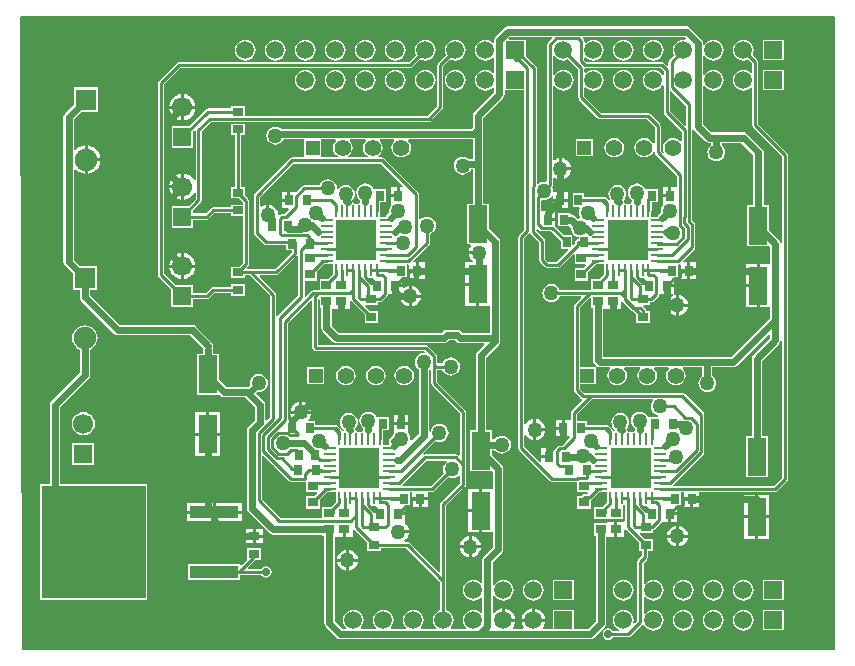
<source format=gtl>
G04 Layer_Physical_Order=1*
G04 Layer_Color=255*
%FSLAX42Y42*%
%MOMM*%
G71*
G01*
G75*
%ADD10R,1.00X0.25*%
%ADD11R,0.25X1.00*%
%ADD12R,3.40X3.40*%
%ADD13R,0.90X0.80*%
%ADD14R,0.80X0.90*%
%ADD15R,4.15X1.05*%
%ADD16R,8.80X9.60*%
%ADD17R,0.70X0.90*%
%ADD18R,0.90X0.70*%
%ADD19R,1.60X3.20*%
%ADD20C,0.25*%
%ADD21C,0.61*%
%ADD22C,1.50*%
%ADD23R,1.50X1.50*%
%ADD24C,1.90*%
%ADD25R,1.80X1.80*%
%ADD26R,1.60X1.60*%
%ADD27C,1.70*%
%ADD28C,1.40*%
%ADD29R,1.20X1.20*%
%ADD30C,0.60*%
%ADD31C,1.27*%
%ADD32C,0.70*%
G36*
X14022Y9704D02*
X14021Y9703D01*
Y4343D01*
X7137D01*
X7125Y9707D01*
X7134Y9715D01*
X14017D01*
X14022Y9704D01*
D02*
G37*
%LPC*%
G36*
X8509Y7704D02*
Y7607D01*
X8606D01*
X8604Y7623D01*
X8593Y7650D01*
X8575Y7673D01*
X8552Y7691D01*
X8525Y7702D01*
X8509Y7704D01*
D02*
G37*
G36*
X8484D02*
X8467Y7702D01*
X8441Y7691D01*
X8418Y7673D01*
X8400Y7650D01*
X8389Y7623D01*
X8387Y7607D01*
X8484D01*
Y7704D01*
D02*
G37*
G36*
X13348Y5461D02*
X13255D01*
Y5288D01*
X13348D01*
Y5461D01*
D02*
G37*
G36*
X13466D02*
X13373D01*
Y5288D01*
X13466D01*
Y5461D01*
D02*
G37*
G36*
X12675Y5397D02*
X12664Y5395D01*
X12642Y5386D01*
X12624Y5372D01*
X12610Y5353D01*
X12601Y5332D01*
X12599Y5321D01*
X12675D01*
Y5397D01*
D02*
G37*
G36*
X12700D02*
Y5321D01*
X12775D01*
X12774Y5332D01*
X12765Y5353D01*
X12751Y5372D01*
X12732Y5386D01*
X12711Y5395D01*
X12700Y5397D01*
D02*
G37*
G36*
X9093Y5368D02*
X9036D01*
Y5320D01*
X9093D01*
Y5368D01*
D02*
G37*
G36*
X9176D02*
X9119D01*
Y5320D01*
X9176D01*
Y5368D01*
D02*
G37*
G36*
Y5295D02*
X9119D01*
Y5247D01*
X9176D01*
Y5295D01*
D02*
G37*
G36*
X7671Y7094D02*
X7643Y7090D01*
X7616Y7079D01*
X7594Y7062D01*
X7577Y7039D01*
X7566Y7013D01*
X7562Y6985D01*
X7566Y6957D01*
X7577Y6931D01*
X7594Y6908D01*
X7616Y6891D01*
X7627Y6887D01*
Y6691D01*
X7386Y6450D01*
X7376Y6435D01*
X7373Y6419D01*
Y5751D01*
X7294D01*
Y4765D01*
X8200D01*
Y5751D01*
X7461D01*
Y6400D01*
X7702Y6641D01*
X7711Y6656D01*
X7715Y6673D01*
X7715Y6673D01*
Y6887D01*
X7725Y6891D01*
X7748Y6908D01*
X7765Y6931D01*
X7776Y6957D01*
X7779Y6985D01*
X7776Y7013D01*
X7765Y7039D01*
X7748Y7062D01*
X7725Y7079D01*
X7699Y7090D01*
X7671Y7094D01*
D02*
G37*
G36*
X9164Y5205D02*
X9048D01*
Y5110D01*
X8999Y5060D01*
X8987Y5065D01*
Y5069D01*
X8547D01*
Y4939D01*
X8987D01*
Y4978D01*
X9165D01*
X9171Y4969D01*
X9186Y4959D01*
X9205Y4955D01*
X9224Y4959D01*
X9239Y4969D01*
X9250Y4985D01*
X9254Y5004D01*
X9250Y5022D01*
X9239Y5038D01*
X9224Y5049D01*
X9205Y5052D01*
X9186Y5049D01*
X9171Y5038D01*
X9165Y5030D01*
X9058D01*
X9053Y5041D01*
X9114Y5102D01*
X9119Y5110D01*
X9164D01*
Y5205D01*
D02*
G37*
G36*
X13588Y4939D02*
X13412D01*
Y4764D01*
X13588D01*
Y4939D01*
D02*
G37*
G36*
X8484Y8377D02*
X8467Y8375D01*
X8441Y8364D01*
X8418Y8346D01*
X8400Y8323D01*
X8389Y8297D01*
X8387Y8280D01*
X8484D01*
Y8377D01*
D02*
G37*
G36*
Y8255D02*
X8387D01*
X8389Y8239D01*
X8400Y8212D01*
X8418Y8189D01*
X8441Y8171D01*
X8467Y8160D01*
X8484Y8158D01*
Y8255D01*
D02*
G37*
G36*
X9093Y5295D02*
X9036D01*
Y5247D01*
X9093D01*
Y5295D01*
D02*
G37*
G36*
X12675Y5296D02*
X12599D01*
X12601Y5285D01*
X12610Y5264D01*
X12624Y5245D01*
X12642Y5231D01*
X12664Y5222D01*
X12675Y5221D01*
Y5296D01*
D02*
G37*
G36*
X12775D02*
X12700D01*
Y5221D01*
X12711Y5222D01*
X12732Y5231D01*
X12751Y5245D01*
X12765Y5264D01*
X12774Y5285D01*
X12775Y5296D01*
D02*
G37*
G36*
X7751Y6100D02*
X7565D01*
Y5914D01*
X7751D01*
Y6100D01*
D02*
G37*
G36*
X8700Y6160D02*
X8607D01*
Y5987D01*
X8700D01*
Y6160D01*
D02*
G37*
G36*
X12795Y5613D02*
X12743D01*
Y5556D01*
X12795D01*
Y5613D01*
D02*
G37*
G36*
X12874D02*
X12821D01*
Y5556D01*
X12874D01*
Y5613D01*
D02*
G37*
G36*
X8700Y6358D02*
X8607D01*
Y6185D01*
X8700D01*
Y6358D01*
D02*
G37*
G36*
X8818D02*
X8725D01*
Y6185D01*
X8818D01*
Y6358D01*
D02*
G37*
G36*
Y6160D02*
X8725D01*
Y5987D01*
X8818D01*
Y6160D01*
D02*
G37*
G36*
X7658Y6360D02*
X7633Y6356D01*
X7609Y6346D01*
X7588Y6331D01*
X7573Y6310D01*
X7563Y6287D01*
X7560Y6261D01*
X7563Y6236D01*
X7573Y6212D01*
X7588Y6191D01*
X7609Y6176D01*
X7633Y6166D01*
X7658Y6163D01*
X7684Y6166D01*
X7707Y6176D01*
X7728Y6191D01*
X7743Y6212D01*
X7753Y6236D01*
X7757Y6261D01*
X7753Y6287D01*
X7743Y6310D01*
X7728Y6331D01*
X7707Y6346D01*
X7684Y6356D01*
X7658Y6360D01*
D02*
G37*
G36*
X9000Y5590D02*
X8780D01*
Y5524D01*
X9000D01*
Y5590D01*
D02*
G37*
G36*
Y5499D02*
X8780D01*
Y5434D01*
X9000D01*
Y5499D01*
D02*
G37*
G36*
X8606Y7582D02*
X8509D01*
Y7485D01*
X8525Y7487D01*
X8552Y7498D01*
X8575Y7516D01*
X8593Y7539D01*
X8604Y7566D01*
X8606Y7582D01*
D02*
G37*
G36*
X12683Y5486D02*
X12635D01*
Y5429D01*
X12683D01*
Y5486D01*
D02*
G37*
G36*
X8754Y5499D02*
X8534D01*
Y5434D01*
X8754D01*
Y5499D01*
D02*
G37*
G36*
X13466Y5659D02*
X13373D01*
Y5486D01*
X13466D01*
Y5659D01*
D02*
G37*
G36*
X8754Y5590D02*
X8534D01*
Y5524D01*
X8754D01*
Y5590D01*
D02*
G37*
G36*
X8484Y7582D02*
X8387D01*
X8389Y7566D01*
X8400Y7539D01*
X8418Y7516D01*
X8441Y7498D01*
X8467Y7487D01*
X8484Y7485D01*
Y7582D01*
D02*
G37*
G36*
X13348Y5659D02*
X13255D01*
Y5486D01*
X13348D01*
Y5659D01*
D02*
G37*
G36*
X11810Y4939D02*
X11634D01*
Y4764D01*
X11810D01*
Y4939D01*
D02*
G37*
G36*
X13246Y4686D02*
X13223Y4683D01*
X13202Y4674D01*
X13184Y4660D01*
X13169Y4642D01*
X13161Y4620D01*
X13158Y4597D01*
X13161Y4575D01*
X13169Y4553D01*
X13184Y4535D01*
X13202Y4521D01*
X13223Y4512D01*
X13246Y4509D01*
X13269Y4512D01*
X13290Y4521D01*
X13309Y4535D01*
X13323Y4553D01*
X13332Y4575D01*
X13335Y4597D01*
X13332Y4620D01*
X13323Y4642D01*
X13309Y4660D01*
X13290Y4674D01*
X13269Y4683D01*
X13246Y4686D01*
D02*
G37*
G36*
X13588Y9257D02*
X13412D01*
Y9082D01*
X13588D01*
Y9257D01*
D02*
G37*
G36*
X9284Y9512D02*
X9261Y9509D01*
X9239Y9500D01*
X9221Y9486D01*
X9207Y9468D01*
X9198Y9446D01*
X9195Y9423D01*
X9198Y9401D01*
X9207Y9379D01*
X9221Y9361D01*
X9239Y9347D01*
X9261Y9338D01*
X9284Y9335D01*
X9307Y9338D01*
X9328Y9347D01*
X9346Y9361D01*
X9360Y9379D01*
X9369Y9401D01*
X9372Y9423D01*
X9369Y9446D01*
X9360Y9468D01*
X9346Y9486D01*
X9328Y9500D01*
X9307Y9509D01*
X9284Y9512D01*
D02*
G37*
G36*
X9030D02*
X9007Y9509D01*
X8985Y9500D01*
X8967Y9486D01*
X8953Y9468D01*
X8944Y9446D01*
X8941Y9423D01*
X8944Y9401D01*
X8953Y9379D01*
X8967Y9361D01*
X8985Y9347D01*
X9007Y9338D01*
X9030Y9335D01*
X9053Y9338D01*
X9074Y9347D01*
X9092Y9361D01*
X9106Y9379D01*
X9115Y9401D01*
X9118Y9423D01*
X9115Y9446D01*
X9106Y9468D01*
X9092Y9486D01*
X9074Y9500D01*
X9053Y9509D01*
X9030Y9512D01*
D02*
G37*
G36*
X10808Y9258D02*
X10785Y9255D01*
X10763Y9246D01*
X10745Y9232D01*
X10731Y9214D01*
X10722Y9192D01*
X10719Y9169D01*
X10722Y9147D01*
X10731Y9125D01*
X10745Y9107D01*
X10763Y9093D01*
X10785Y9084D01*
X10808Y9081D01*
X10831Y9084D01*
X10852Y9093D01*
X10870Y9107D01*
X10884Y9125D01*
X10893Y9147D01*
X10896Y9169D01*
X10893Y9192D01*
X10884Y9214D01*
X10870Y9232D01*
X10852Y9246D01*
X10831Y9255D01*
X10808Y9258D01*
D02*
G37*
G36*
X10554D02*
X10531Y9255D01*
X10509Y9246D01*
X10491Y9232D01*
X10477Y9214D01*
X10468Y9192D01*
X10465Y9169D01*
X10468Y9147D01*
X10477Y9125D01*
X10491Y9107D01*
X10509Y9093D01*
X10531Y9084D01*
X10554Y9081D01*
X10577Y9084D01*
X10598Y9093D01*
X10616Y9107D01*
X10630Y9125D01*
X10639Y9147D01*
X10642Y9169D01*
X10639Y9192D01*
X10630Y9214D01*
X10616Y9232D01*
X10598Y9246D01*
X10577Y9255D01*
X10554Y9258D01*
D02*
G37*
G36*
X13588Y4685D02*
X13412D01*
Y4510D01*
X13588D01*
Y4685D01*
D02*
G37*
G36*
X11455Y4697D02*
X11442Y4695D01*
X11417Y4685D01*
X11396Y4669D01*
X11380Y4648D01*
X11370Y4624D01*
X11369Y4610D01*
X11455D01*
Y4697D01*
D02*
G37*
G36*
X9538Y9512D02*
X9515Y9509D01*
X9493Y9500D01*
X9475Y9486D01*
X9461Y9468D01*
X9452Y9446D01*
X9449Y9423D01*
X9452Y9401D01*
X9461Y9379D01*
X9475Y9361D01*
X9493Y9347D01*
X9515Y9338D01*
X9538Y9335D01*
X9561Y9338D01*
X9582Y9347D01*
X9600Y9361D01*
X9614Y9379D01*
X9623Y9401D01*
X9626Y9423D01*
X9623Y9446D01*
X9614Y9468D01*
X9600Y9486D01*
X9582Y9500D01*
X9561Y9509D01*
X9538Y9512D01*
D02*
G37*
G36*
X12738Y4686D02*
X12715Y4683D01*
X12694Y4674D01*
X12676Y4660D01*
X12661Y4642D01*
X12653Y4620D01*
X12650Y4597D01*
X12653Y4575D01*
X12661Y4553D01*
X12676Y4535D01*
X12694Y4521D01*
X12715Y4512D01*
X12738Y4509D01*
X12761Y4512D01*
X12782Y4521D01*
X12801Y4535D01*
X12815Y4553D01*
X12824Y4575D01*
X12827Y4597D01*
X12824Y4620D01*
X12815Y4642D01*
X12801Y4660D01*
X12782Y4674D01*
X12761Y4683D01*
X12738Y4686D01*
D02*
G37*
G36*
X12992D02*
X12969Y4683D01*
X12948Y4674D01*
X12930Y4660D01*
X12915Y4642D01*
X12907Y4620D01*
X12904Y4597D01*
X12907Y4575D01*
X12915Y4553D01*
X12930Y4535D01*
X12948Y4521D01*
X12969Y4512D01*
X12992Y4509D01*
X13015Y4512D01*
X13036Y4521D01*
X13055Y4535D01*
X13069Y4553D01*
X13078Y4575D01*
X13081Y4597D01*
X13078Y4620D01*
X13069Y4642D01*
X13055Y4660D01*
X13036Y4674D01*
X13015Y4683D01*
X12992Y4686D01*
D02*
G37*
G36*
X12765Y9624D02*
X11251D01*
X11234Y9620D01*
X11220Y9611D01*
X11150Y9541D01*
X11140Y9527D01*
X11137Y9510D01*
Y9489D01*
X11125Y9485D01*
X11124Y9486D01*
X11106Y9500D01*
X11085Y9509D01*
X11062Y9512D01*
X11039Y9509D01*
X11017Y9500D01*
X10999Y9486D01*
X10985Y9468D01*
X10976Y9446D01*
X10973Y9423D01*
X10976Y9401D01*
X10985Y9379D01*
X10999Y9361D01*
X11017Y9347D01*
X11039Y9338D01*
X11062Y9335D01*
X11085Y9338D01*
X11106Y9347D01*
X11124Y9361D01*
X11125Y9362D01*
X11137Y9358D01*
Y9235D01*
X11125Y9231D01*
X11124Y9232D01*
X11106Y9246D01*
X11085Y9255D01*
X11062Y9258D01*
X11039Y9255D01*
X11017Y9246D01*
X10999Y9232D01*
X10985Y9214D01*
X10976Y9192D01*
X10973Y9169D01*
X10976Y9147D01*
X10985Y9125D01*
X10999Y9107D01*
X11017Y9093D01*
X11039Y9084D01*
X11062Y9081D01*
X11085Y9084D01*
X11106Y9093D01*
X11124Y9107D01*
X11125Y9108D01*
X11137Y9104D01*
Y9068D01*
X10967Y8898D01*
X10958Y8884D01*
X10954Y8867D01*
Y8769D01*
X10941Y8755D01*
X9336D01*
X9322Y8766D01*
X9304Y8774D01*
X9284Y8776D01*
X9264Y8774D01*
X9245Y8766D01*
X9229Y8754D01*
X9217Y8738D01*
X9209Y8719D01*
X9207Y8700D01*
X9209Y8680D01*
X9217Y8661D01*
X9229Y8645D01*
X9245Y8633D01*
X9264Y8625D01*
X9284Y8623D01*
X9304Y8625D01*
X9322Y8633D01*
X9338Y8645D01*
X9350Y8661D01*
X9353Y8667D01*
X9529D01*
Y8525D01*
X9523Y8515D01*
X9428D01*
X9419Y8513D01*
X9410Y8507D01*
X9113Y8210D01*
X9107Y8201D01*
X9105Y8192D01*
Y7874D01*
X9107Y7864D01*
X9113Y7856D01*
X9189Y7779D01*
X9198Y7774D01*
X9207Y7772D01*
X9377D01*
Y7727D01*
X9424D01*
Y7712D01*
X9281Y7568D01*
X9045D01*
X9040Y7580D01*
X9056Y7595D01*
X9061Y7604D01*
X9063Y7614D01*
Y8145D01*
X9061Y8154D01*
X9056Y8163D01*
X9024Y8195D01*
Y8263D01*
X8992D01*
Y8705D01*
X9024D01*
Y8800D01*
X8908D01*
Y8705D01*
X8940D01*
Y8263D01*
X8908D01*
Y8168D01*
X8977D01*
X9011Y8134D01*
Y8113D01*
X8908D01*
Y8092D01*
X8757D01*
X8747Y8090D01*
X8738Y8084D01*
X8694Y8040D01*
X8589D01*
Y8070D01*
X8652Y8133D01*
X8657Y8141D01*
X8659Y8151D01*
Y8737D01*
X8738Y8816D01*
X10582D01*
X10592Y8818D01*
X10600Y8823D01*
X10699Y8922D01*
X10705Y8931D01*
X10707Y8941D01*
Y9286D01*
X10766Y9346D01*
X10785Y9338D01*
X10808Y9335D01*
X10831Y9338D01*
X10852Y9347D01*
X10870Y9361D01*
X10884Y9379D01*
X10893Y9401D01*
X10896Y9423D01*
X10893Y9446D01*
X10884Y9468D01*
X10870Y9486D01*
X10852Y9500D01*
X10831Y9509D01*
X10808Y9512D01*
X10785Y9509D01*
X10763Y9500D01*
X10745Y9486D01*
X10731Y9468D01*
X10722Y9446D01*
X10719Y9423D01*
X10722Y9401D01*
X10730Y9382D01*
X10662Y9315D01*
X10657Y9306D01*
X10655Y9296D01*
Y8952D01*
X10571Y8868D01*
X9024D01*
Y8950D01*
X8908D01*
Y8929D01*
X8712D01*
X8702Y8927D01*
X8694Y8921D01*
X8552Y8779D01*
X8404D01*
Y8594D01*
X8589D01*
Y8739D01*
X8589Y8740D01*
X8595Y8744D01*
X8608Y8737D01*
Y8321D01*
X8595Y8318D01*
X8593Y8323D01*
X8575Y8346D01*
X8552Y8364D01*
X8525Y8375D01*
X8509Y8377D01*
Y8268D01*
Y8158D01*
X8525Y8160D01*
X8552Y8171D01*
X8575Y8189D01*
X8593Y8212D01*
X8595Y8217D01*
X8608Y8215D01*
Y8162D01*
X8552Y8106D01*
X8404D01*
Y7921D01*
X8589D01*
Y7988D01*
X8705D01*
X8714Y7990D01*
X8723Y7995D01*
X8767Y8040D01*
X8908D01*
Y8018D01*
X9011D01*
Y7624D01*
X8977Y7590D01*
X8908D01*
Y7495D01*
X9024D01*
Y7517D01*
X9066D01*
X9240Y7343D01*
Y6313D01*
X9210Y6283D01*
X9198Y6288D01*
Y6421D01*
X9195Y6438D01*
X9185Y6452D01*
X9120Y6518D01*
X9131Y6529D01*
X9144Y6527D01*
X9164Y6530D01*
X9182Y6537D01*
X9198Y6550D01*
X9211Y6566D01*
X9218Y6584D01*
X9221Y6604D01*
X9218Y6624D01*
X9211Y6642D01*
X9198Y6658D01*
X9182Y6671D01*
X9164Y6678D01*
X9144Y6681D01*
X9124Y6678D01*
X9106Y6671D01*
X9090Y6658D01*
X9077Y6642D01*
X9070Y6624D01*
X9067Y6604D01*
X9069Y6591D01*
X9050Y6572D01*
X8868D01*
X8805Y6635D01*
Y6853D01*
X8756D01*
Y6883D01*
X8753Y6900D01*
X8751Y6902D01*
X8753Y6905D01*
X8756Y6921D01*
X8753Y6938D01*
X8743Y6953D01*
X8614Y7082D01*
X8600Y7092D01*
X8583Y7095D01*
X7968D01*
X7715Y7349D01*
Y7390D01*
X7774D01*
Y7596D01*
X7630D01*
X7578Y7648D01*
Y8416D01*
X7590Y8420D01*
X7598Y8410D01*
X7623Y8391D01*
X7652Y8379D01*
X7671Y8377D01*
Y8496D01*
Y8616D01*
X7652Y8614D01*
X7623Y8601D01*
X7598Y8582D01*
X7590Y8573D01*
X7578Y8577D01*
Y8836D01*
X7643Y8902D01*
X7786D01*
Y9107D01*
X7581D01*
Y8964D01*
X7503Y8886D01*
X7493Y8871D01*
X7490Y8854D01*
Y7630D01*
X7493Y7613D01*
X7503Y7599D01*
X7568Y7533D01*
Y7390D01*
X7627D01*
Y7330D01*
X7630Y7314D01*
X7640Y7299D01*
X7919Y7020D01*
X7933Y7010D01*
X7950Y7007D01*
X8564D01*
X8671Y6900D01*
X8668Y6883D01*
Y6853D01*
X8619D01*
Y6507D01*
X8805D01*
X8805Y6507D01*
Y6507D01*
X8814Y6501D01*
X8818Y6497D01*
X8833Y6487D01*
X8849Y6484D01*
X9029D01*
X9110Y6403D01*
Y6288D01*
X9057Y6234D01*
X9047Y6220D01*
X9044Y6203D01*
Y5540D01*
X9047Y5523D01*
X9057Y5509D01*
X9231Y5334D01*
X9245Y5325D01*
X9262Y5322D01*
X9683D01*
Y5313D01*
X9697D01*
Y4572D01*
X9700Y4555D01*
X9710Y4541D01*
X9804Y4447D01*
X9818Y4437D01*
X9835Y4434D01*
X11948D01*
X11965Y4437D01*
X11979Y4447D01*
X12071Y4538D01*
X12080Y4553D01*
X12084Y4569D01*
Y5300D01*
X12096Y5300D01*
Y5300D01*
X12154D01*
Y5366D01*
Y5431D01*
X12096D01*
Y5418D01*
X11982D01*
Y5313D01*
X11996D01*
Y4588D01*
X11930Y4522D01*
X11810D01*
Y4685D01*
X11634D01*
Y4522D01*
X11553D01*
X11547Y4535D01*
X11556Y4547D01*
X11566Y4571D01*
X11568Y4585D01*
X11468D01*
X11369D01*
X11370Y4571D01*
X11380Y4547D01*
X11390Y4535D01*
X11383Y4522D01*
X11299D01*
X11293Y4535D01*
X11302Y4547D01*
X11312Y4571D01*
X11314Y4585D01*
X11214D01*
Y4597D01*
X11201D01*
Y4697D01*
X11188Y4695D01*
X11163Y4685D01*
X11142Y4669D01*
X11136Y4661D01*
X11124Y4665D01*
Y4808D01*
X11136Y4810D01*
X11137Y4807D01*
X11152Y4789D01*
X11170Y4775D01*
X11191Y4766D01*
X11214Y4763D01*
X11237Y4766D01*
X11258Y4775D01*
X11277Y4789D01*
X11291Y4807D01*
X11300Y4829D01*
X11303Y4851D01*
X11300Y4874D01*
X11291Y4896D01*
X11277Y4914D01*
X11258Y4928D01*
X11237Y4937D01*
X11214Y4940D01*
X11191Y4937D01*
X11170Y4928D01*
X11152Y4914D01*
X11137Y4896D01*
X11136Y4893D01*
X11124Y4895D01*
Y5090D01*
X11200Y5166D01*
X11209Y5180D01*
X11212Y5197D01*
Y5880D01*
X11209Y5897D01*
X11200Y5911D01*
X11116Y5994D01*
Y6039D01*
X11139D01*
X11147Y6029D01*
X11163Y6017D01*
X11182Y6009D01*
X11201Y6006D01*
X11221Y6009D01*
X11240Y6017D01*
X11256Y6029D01*
X11268Y6045D01*
X11276Y6063D01*
X11278Y6083D01*
X11276Y6103D01*
X11268Y6122D01*
X11256Y6138D01*
X11240Y6150D01*
X11221Y6158D01*
X11201Y6160D01*
X11182Y6158D01*
X11163Y6150D01*
X11147Y6138D01*
X11139Y6127D01*
X11116D01*
Y6205D01*
X11068D01*
Y6819D01*
X11174Y6926D01*
X11184Y6940D01*
X11187Y6957D01*
Y6998D01*
Y7798D01*
X11184Y7815D01*
X11174Y7829D01*
X11091Y7912D01*
Y8123D01*
X11042D01*
Y8458D01*
Y8750D01*
Y8849D01*
X11212Y9019D01*
X11222Y9033D01*
X11225Y9050D01*
Y9070D01*
X11228Y9082D01*
X11391D01*
Y7903D01*
X11348Y7860D01*
X11343Y7851D01*
X11341Y7841D01*
Y6058D01*
X11343Y6048D01*
X11348Y6040D01*
X11610Y5778D01*
X11618Y5772D01*
X11628Y5770D01*
X11841D01*
X11842Y5769D01*
Y5682D01*
X11924D01*
X11930Y5669D01*
X11927Y5665D01*
X11900D01*
X11890Y5663D01*
X11882Y5657D01*
X11876Y5649D01*
X11876Y5647D01*
X11842D01*
Y5542D01*
X11958D01*
Y5615D01*
X12023Y5680D01*
X12044D01*
X12047Y5681D01*
X12093D01*
Y5635D01*
X12093Y5631D01*
Y5595D01*
X12056Y5558D01*
X11982D01*
Y5453D01*
X12096D01*
X12097Y5453D01*
Y5453D01*
X12109Y5453D01*
Y5453D01*
X12224D01*
Y5558D01*
X12230Y5569D01*
X12243D01*
Y5441D01*
X12237Y5431D01*
X12179D01*
Y5366D01*
Y5300D01*
X12237D01*
Y5364D01*
X12250Y5368D01*
X12250Y5367D01*
X12363Y5255D01*
Y5186D01*
X12385D01*
Y5139D01*
X12357Y5111D01*
X12351Y5103D01*
X12349Y5093D01*
Y4590D01*
X12327Y4568D01*
X12316Y4574D01*
X12316Y4575D01*
X12319Y4597D01*
X12316Y4620D01*
X12307Y4642D01*
X12293Y4660D01*
X12274Y4674D01*
X12253Y4683D01*
X12230Y4686D01*
X12207Y4683D01*
X12186Y4674D01*
X12168Y4660D01*
X12153Y4642D01*
X12145Y4620D01*
X12142Y4597D01*
X12145Y4575D01*
X12153Y4553D01*
X12168Y4535D01*
X12186Y4521D01*
X12196Y4517D01*
X12193Y4504D01*
X12143D01*
X12137Y4512D01*
X12122Y4523D01*
X12103Y4527D01*
X12084Y4523D01*
X12069Y4512D01*
X12058Y4497D01*
X12054Y4478D01*
X12058Y4459D01*
X12069Y4444D01*
X12084Y4433D01*
X12103Y4429D01*
X12122Y4433D01*
X12137Y4444D01*
X12143Y4452D01*
X12273D01*
X12283Y4454D01*
X12292Y4460D01*
X12391Y4559D01*
X12400Y4559D01*
X12406Y4557D01*
X12407Y4553D01*
X12422Y4535D01*
X12440Y4521D01*
X12461Y4512D01*
X12484Y4509D01*
X12507Y4512D01*
X12528Y4521D01*
X12547Y4535D01*
X12561Y4553D01*
X12570Y4575D01*
X12573Y4597D01*
X12570Y4620D01*
X12561Y4642D01*
X12547Y4660D01*
X12528Y4674D01*
X12507Y4683D01*
X12484Y4686D01*
X12461Y4683D01*
X12440Y4674D01*
X12422Y4660D01*
X12413Y4649D01*
X12401Y4654D01*
Y4795D01*
X12413Y4799D01*
X12422Y4789D01*
X12440Y4775D01*
X12461Y4766D01*
X12484Y4763D01*
X12507Y4766D01*
X12528Y4775D01*
X12547Y4789D01*
X12561Y4807D01*
X12570Y4829D01*
X12573Y4851D01*
X12570Y4874D01*
X12561Y4896D01*
X12547Y4914D01*
X12528Y4928D01*
X12507Y4937D01*
X12484Y4940D01*
X12461Y4937D01*
X12440Y4928D01*
X12422Y4914D01*
X12413Y4903D01*
X12401Y4908D01*
Y5082D01*
X12429Y5110D01*
X12434Y5118D01*
X12436Y5128D01*
Y5186D01*
X12478D01*
Y5281D01*
X12410D01*
X12368Y5323D01*
X12373Y5336D01*
X12478D01*
Y5358D01*
X12486Y5360D01*
X12495Y5365D01*
X12552Y5423D01*
X12562Y5429D01*
X12610D01*
Y5499D01*
X12623D01*
Y5512D01*
X12683D01*
Y5568D01*
X12721D01*
Y5680D01*
X12743D01*
Y5639D01*
X12808D01*
X12874D01*
Y5680D01*
X13517D01*
X13527Y5682D01*
X13535Y5688D01*
X13620Y5773D01*
X13626Y5781D01*
X13628Y5791D01*
Y8534D01*
X13626Y8544D01*
X13620Y8553D01*
X13374Y8799D01*
Y9322D01*
X13372Y9332D01*
X13366Y9340D01*
X13324Y9382D01*
X13332Y9401D01*
X13335Y9423D01*
X13332Y9446D01*
X13323Y9468D01*
X13309Y9486D01*
X13290Y9500D01*
X13269Y9509D01*
X13246Y9512D01*
X13223Y9509D01*
X13202Y9500D01*
X13184Y9486D01*
X13169Y9468D01*
X13161Y9446D01*
X13158Y9423D01*
X13161Y9401D01*
X13169Y9379D01*
X13184Y9361D01*
X13202Y9347D01*
X13223Y9338D01*
X13246Y9335D01*
X13269Y9338D01*
X13287Y9346D01*
X13322Y9311D01*
Y9235D01*
X13310Y9230D01*
X13309Y9232D01*
X13290Y9246D01*
X13269Y9255D01*
X13246Y9258D01*
X13223Y9255D01*
X13202Y9246D01*
X13184Y9232D01*
X13169Y9214D01*
X13161Y9192D01*
X13158Y9169D01*
X13161Y9147D01*
X13169Y9125D01*
X13184Y9107D01*
X13202Y9093D01*
X13223Y9084D01*
X13246Y9081D01*
X13269Y9084D01*
X13290Y9093D01*
X13309Y9107D01*
X13310Y9108D01*
X13322Y9104D01*
Y8788D01*
X13324Y8778D01*
X13329Y8770D01*
X13576Y8524D01*
Y5802D01*
X13506Y5732D01*
X12659D01*
X12654Y5745D01*
X12909Y6000D01*
X12914Y6008D01*
X12916Y6018D01*
Y6337D01*
X12914Y6347D01*
X12909Y6356D01*
X12749Y6515D01*
X12741Y6521D01*
X12731Y6523D01*
X11896D01*
X11865Y6554D01*
Y6595D01*
X11998D01*
Y6729D01*
X11998Y6736D01*
X12008Y6745D01*
X12010Y6745D01*
X12015Y6741D01*
X12032Y6738D01*
X12116D01*
X12119Y6725D01*
X12107Y6709D01*
X12099Y6689D01*
X12096Y6668D01*
X12099Y6646D01*
X12107Y6626D01*
X12120Y6609D01*
X12138Y6595D01*
X12158Y6587D01*
X12179Y6584D01*
X12201Y6587D01*
X12221Y6595D01*
X12238Y6609D01*
X12252Y6626D01*
X12260Y6646D01*
X12263Y6668D01*
X12260Y6689D01*
X12252Y6709D01*
X12239Y6725D01*
X12242Y6738D01*
X12370D01*
X12373Y6725D01*
X12361Y6709D01*
X12353Y6689D01*
X12350Y6668D01*
X12353Y6646D01*
X12361Y6626D01*
X12374Y6609D01*
X12392Y6595D01*
X12412Y6587D01*
X12433Y6584D01*
X12455Y6587D01*
X12475Y6595D01*
X12492Y6609D01*
X12506Y6626D01*
X12514Y6646D01*
X12517Y6668D01*
X12514Y6689D01*
X12506Y6709D01*
X12493Y6725D01*
X12496Y6738D01*
X12612D01*
X12615Y6725D01*
X12602Y6709D01*
X12594Y6689D01*
X12591Y6668D01*
X12594Y6646D01*
X12602Y6626D01*
X12616Y6609D01*
X12633Y6595D01*
X12653Y6587D01*
X12675Y6584D01*
X12696Y6587D01*
X12716Y6595D01*
X12734Y6609D01*
X12747Y6626D01*
X12755Y6646D01*
X12758Y6668D01*
X12755Y6689D01*
X12747Y6709D01*
X12735Y6725D01*
X12737Y6738D01*
X12897D01*
Y6666D01*
X12887Y6658D01*
X12875Y6642D01*
X12867Y6624D01*
X12864Y6604D01*
X12867Y6584D01*
X12875Y6566D01*
X12887Y6550D01*
X12903Y6537D01*
X12921Y6530D01*
X12941Y6527D01*
X12961Y6530D01*
X12980Y6537D01*
X12996Y6550D01*
X13008Y6566D01*
X13016Y6584D01*
X13018Y6604D01*
X13016Y6624D01*
X13008Y6642D01*
X12996Y6658D01*
X12985Y6666D01*
Y6738D01*
X13162D01*
X13179Y6741D01*
X13193Y6751D01*
X13462Y7019D01*
X13474Y7015D01*
Y6983D01*
X13329Y6838D01*
X13320Y6824D01*
X13316Y6807D01*
Y6154D01*
X13268D01*
Y5809D01*
X13453D01*
Y6154D01*
X13404D01*
Y6789D01*
X13549Y6934D01*
X13559Y6948D01*
X13562Y6965D01*
Y7137D01*
Y7785D01*
X13559Y7802D01*
X13549Y7816D01*
X13466Y7899D01*
Y8110D01*
X13417D01*
Y8557D01*
X13417Y8557D01*
X13414Y8574D01*
X13404Y8588D01*
X13280Y8713D01*
X13265Y8722D01*
X13249Y8726D01*
X12975D01*
X12904Y8796D01*
Y9120D01*
X12911Y9123D01*
X12917Y9124D01*
X12930Y9107D01*
X12948Y9093D01*
X12969Y9084D01*
X12992Y9081D01*
X13015Y9084D01*
X13036Y9093D01*
X13055Y9107D01*
X13069Y9125D01*
X13078Y9147D01*
X13081Y9169D01*
X13078Y9192D01*
X13069Y9214D01*
X13055Y9232D01*
X13036Y9246D01*
X13015Y9255D01*
X12992Y9258D01*
X12969Y9255D01*
X12948Y9246D01*
X12930Y9232D01*
X12917Y9215D01*
X12911Y9216D01*
X12904Y9219D01*
Y9374D01*
X12911Y9377D01*
X12917Y9378D01*
X12930Y9361D01*
X12948Y9347D01*
X12969Y9338D01*
X12992Y9335D01*
X13015Y9338D01*
X13036Y9347D01*
X13055Y9361D01*
X13069Y9379D01*
X13078Y9401D01*
X13081Y9423D01*
X13078Y9446D01*
X13069Y9468D01*
X13055Y9486D01*
X13036Y9500D01*
X13015Y9509D01*
X12992Y9512D01*
X12969Y9509D01*
X12948Y9500D01*
X12930Y9486D01*
X12917Y9469D01*
X12911Y9470D01*
X12904Y9473D01*
Y9484D01*
X12901Y9501D01*
X12891Y9515D01*
X12796Y9611D01*
X12782Y9620D01*
X12765Y9624D01*
D02*
G37*
G36*
X13588Y9511D02*
X13412D01*
Y9336D01*
X13588D01*
Y9511D01*
D02*
G37*
G36*
X10046Y9512D02*
X10023Y9509D01*
X10001Y9500D01*
X9983Y9486D01*
X9969Y9468D01*
X9960Y9446D01*
X9957Y9423D01*
X9960Y9401D01*
X9969Y9379D01*
X9983Y9361D01*
X10001Y9347D01*
X10023Y9338D01*
X10046Y9335D01*
X10069Y9338D01*
X10090Y9347D01*
X10108Y9361D01*
X10122Y9379D01*
X10131Y9401D01*
X10134Y9423D01*
X10131Y9446D01*
X10122Y9468D01*
X10108Y9486D01*
X10090Y9500D01*
X10069Y9509D01*
X10046Y9512D01*
D02*
G37*
G36*
X9792D02*
X9769Y9509D01*
X9747Y9500D01*
X9729Y9486D01*
X9715Y9468D01*
X9706Y9446D01*
X9703Y9423D01*
X9706Y9401D01*
X9715Y9379D01*
X9729Y9361D01*
X9747Y9347D01*
X9769Y9338D01*
X9792Y9335D01*
X9815Y9338D01*
X9836Y9347D01*
X9854Y9361D01*
X9868Y9379D01*
X9877Y9401D01*
X9880Y9423D01*
X9877Y9446D01*
X9868Y9468D01*
X9854Y9486D01*
X9836Y9500D01*
X9815Y9509D01*
X9792Y9512D01*
D02*
G37*
G36*
X10554D02*
X10531Y9509D01*
X10509Y9500D01*
X10491Y9486D01*
X10477Y9468D01*
X10468Y9446D01*
X10465Y9423D01*
X10468Y9401D01*
X10476Y9382D01*
X10416Y9322D01*
X8468D01*
X8458Y9320D01*
X8450Y9315D01*
X8298Y9162D01*
X8292Y9154D01*
X8290Y9144D01*
Y7521D01*
X8292Y7511D01*
X8298Y7503D01*
X8404Y7397D01*
Y7248D01*
X8589D01*
Y7315D01*
X8705D01*
X8714Y7317D01*
X8723Y7322D01*
X8767Y7367D01*
X8908D01*
Y7345D01*
X9024D01*
Y7440D01*
X8908D01*
Y7418D01*
X8757D01*
X8747Y7417D01*
X8738Y7411D01*
X8694Y7366D01*
X8589D01*
Y7433D01*
X8440D01*
X8342Y7532D01*
Y9133D01*
X8479Y9271D01*
X10427D01*
X10437Y9272D01*
X10445Y9278D01*
X10512Y9346D01*
X10531Y9338D01*
X10554Y9335D01*
X10577Y9338D01*
X10598Y9347D01*
X10616Y9361D01*
X10630Y9379D01*
X10639Y9401D01*
X10642Y9423D01*
X10639Y9446D01*
X10630Y9468D01*
X10616Y9486D01*
X10598Y9500D01*
X10577Y9509D01*
X10554Y9512D01*
D02*
G37*
G36*
X10300D02*
X10277Y9509D01*
X10255Y9500D01*
X10237Y9486D01*
X10223Y9468D01*
X10214Y9446D01*
X10211Y9423D01*
X10214Y9401D01*
X10223Y9379D01*
X10237Y9361D01*
X10255Y9347D01*
X10277Y9338D01*
X10300Y9335D01*
X10323Y9338D01*
X10344Y9347D01*
X10362Y9361D01*
X10376Y9379D01*
X10385Y9401D01*
X10388Y9423D01*
X10385Y9446D01*
X10376Y9468D01*
X10362Y9486D01*
X10344Y9500D01*
X10323Y9509D01*
X10300Y9512D01*
D02*
G37*
G36*
Y9258D02*
X10277Y9255D01*
X10255Y9246D01*
X10237Y9232D01*
X10223Y9214D01*
X10214Y9192D01*
X10211Y9169D01*
X10214Y9147D01*
X10223Y9125D01*
X10237Y9107D01*
X10255Y9093D01*
X10277Y9084D01*
X10300Y9081D01*
X10323Y9084D01*
X10344Y9093D01*
X10362Y9107D01*
X10376Y9125D01*
X10385Y9147D01*
X10388Y9169D01*
X10385Y9192D01*
X10376Y9214D01*
X10362Y9232D01*
X10344Y9246D01*
X10323Y9255D01*
X10300Y9258D01*
D02*
G37*
G36*
X11468Y4940D02*
X11445Y4937D01*
X11424Y4928D01*
X11406Y4914D01*
X11391Y4896D01*
X11383Y4874D01*
X11380Y4851D01*
X11383Y4829D01*
X11391Y4807D01*
X11406Y4789D01*
X11424Y4775D01*
X11445Y4766D01*
X11468Y4763D01*
X11491Y4766D01*
X11512Y4775D01*
X11531Y4789D01*
X11545Y4807D01*
X11554Y4829D01*
X11557Y4851D01*
X11554Y4874D01*
X11545Y4896D01*
X11531Y4914D01*
X11512Y4928D01*
X11491Y4937D01*
X11468Y4940D01*
D02*
G37*
G36*
X12230D02*
X12207Y4937D01*
X12186Y4928D01*
X12168Y4914D01*
X12153Y4896D01*
X12145Y4874D01*
X12142Y4851D01*
X12145Y4829D01*
X12153Y4807D01*
X12168Y4789D01*
X12186Y4775D01*
X12207Y4766D01*
X12230Y4763D01*
X12253Y4766D01*
X12274Y4775D01*
X12293Y4789D01*
X12307Y4807D01*
X12316Y4829D01*
X12319Y4851D01*
X12316Y4874D01*
X12307Y4896D01*
X12293Y4914D01*
X12274Y4928D01*
X12253Y4937D01*
X12230Y4940D01*
D02*
G37*
G36*
X11227Y4697D02*
Y4610D01*
X11314D01*
X11312Y4624D01*
X11302Y4648D01*
X11286Y4669D01*
X11265Y4685D01*
X11240Y4695D01*
X11227Y4697D01*
D02*
G37*
G36*
X11481D02*
Y4610D01*
X11568D01*
X11566Y4624D01*
X11556Y4648D01*
X11540Y4669D01*
X11519Y4685D01*
X11494Y4695D01*
X11481Y4697D01*
D02*
G37*
G36*
X12738Y4940D02*
X12715Y4937D01*
X12694Y4928D01*
X12676Y4914D01*
X12661Y4896D01*
X12653Y4874D01*
X12650Y4851D01*
X12653Y4829D01*
X12661Y4807D01*
X12676Y4789D01*
X12694Y4775D01*
X12715Y4766D01*
X12738Y4763D01*
X12761Y4766D01*
X12782Y4775D01*
X12801Y4789D01*
X12815Y4807D01*
X12824Y4829D01*
X12827Y4851D01*
X12824Y4874D01*
X12815Y4896D01*
X12801Y4914D01*
X12782Y4928D01*
X12761Y4937D01*
X12738Y4940D01*
D02*
G37*
G36*
X13246D02*
X13223Y4937D01*
X13202Y4928D01*
X13184Y4914D01*
X13169Y4896D01*
X13161Y4874D01*
X13158Y4851D01*
X13161Y4829D01*
X13169Y4807D01*
X13184Y4789D01*
X13202Y4775D01*
X13223Y4766D01*
X13246Y4763D01*
X13269Y4766D01*
X13290Y4775D01*
X13309Y4789D01*
X13323Y4807D01*
X13332Y4829D01*
X13335Y4851D01*
X13332Y4874D01*
X13323Y4896D01*
X13309Y4914D01*
X13290Y4928D01*
X13269Y4937D01*
X13246Y4940D01*
D02*
G37*
G36*
X7803Y8484D02*
X7696D01*
Y8377D01*
X7715Y8379D01*
X7744Y8391D01*
X7769Y8410D01*
X7789Y8436D01*
X7801Y8465D01*
X7803Y8484D01*
D02*
G37*
G36*
X12992Y4940D02*
X12969Y4937D01*
X12948Y4928D01*
X12930Y4914D01*
X12915Y4896D01*
X12907Y4874D01*
X12904Y4851D01*
X12907Y4829D01*
X12915Y4807D01*
X12930Y4789D01*
X12948Y4775D01*
X12969Y4766D01*
X12992Y4763D01*
X13015Y4766D01*
X13036Y4775D01*
X13055Y4789D01*
X13069Y4807D01*
X13078Y4829D01*
X13081Y4851D01*
X13078Y4874D01*
X13069Y4896D01*
X13055Y4914D01*
X13036Y4928D01*
X13015Y4937D01*
X12992Y4940D01*
D02*
G37*
G36*
X7696Y8616D02*
Y8509D01*
X7803D01*
X7801Y8528D01*
X7789Y8557D01*
X7769Y8582D01*
X7744Y8601D01*
X7715Y8614D01*
X7696Y8616D01*
D02*
G37*
G36*
X8509Y9050D02*
Y8954D01*
X8606D01*
X8604Y8970D01*
X8593Y8996D01*
X8575Y9020D01*
X8552Y9037D01*
X8525Y9048D01*
X8509Y9050D01*
D02*
G37*
G36*
X8484D02*
X8467Y9048D01*
X8441Y9037D01*
X8418Y9020D01*
X8400Y8996D01*
X8389Y8970D01*
X8387Y8954D01*
X8484D01*
Y9050D01*
D02*
G37*
G36*
X9538Y9258D02*
X9515Y9255D01*
X9493Y9246D01*
X9475Y9232D01*
X9461Y9214D01*
X9452Y9192D01*
X9449Y9169D01*
X9452Y9147D01*
X9461Y9125D01*
X9475Y9107D01*
X9493Y9093D01*
X9515Y9084D01*
X9538Y9081D01*
X9561Y9084D01*
X9582Y9093D01*
X9600Y9107D01*
X9614Y9125D01*
X9623Y9147D01*
X9626Y9169D01*
X9623Y9192D01*
X9614Y9214D01*
X9600Y9232D01*
X9582Y9246D01*
X9561Y9255D01*
X9538Y9258D01*
D02*
G37*
G36*
X10046D02*
X10023Y9255D01*
X10001Y9246D01*
X9983Y9232D01*
X9969Y9214D01*
X9960Y9192D01*
X9957Y9169D01*
X9960Y9147D01*
X9969Y9125D01*
X9983Y9107D01*
X10001Y9093D01*
X10023Y9084D01*
X10046Y9081D01*
X10069Y9084D01*
X10090Y9093D01*
X10108Y9107D01*
X10122Y9125D01*
X10131Y9147D01*
X10134Y9169D01*
X10131Y9192D01*
X10122Y9214D01*
X10108Y9232D01*
X10090Y9246D01*
X10069Y9255D01*
X10046Y9258D01*
D02*
G37*
G36*
X9792D02*
X9769Y9255D01*
X9747Y9246D01*
X9729Y9232D01*
X9715Y9214D01*
X9706Y9192D01*
X9703Y9169D01*
X9706Y9147D01*
X9715Y9125D01*
X9729Y9107D01*
X9747Y9093D01*
X9769Y9084D01*
X9792Y9081D01*
X9815Y9084D01*
X9836Y9093D01*
X9854Y9107D01*
X9868Y9125D01*
X9877Y9147D01*
X9880Y9169D01*
X9877Y9192D01*
X9868Y9214D01*
X9854Y9232D01*
X9836Y9246D01*
X9815Y9255D01*
X9792Y9258D01*
D02*
G37*
G36*
X8606Y8928D02*
X8509D01*
Y8831D01*
X8525Y8833D01*
X8552Y8844D01*
X8575Y8862D01*
X8593Y8885D01*
X8604Y8912D01*
X8606Y8928D01*
D02*
G37*
G36*
X8484D02*
X8387D01*
X8389Y8912D01*
X8400Y8885D01*
X8418Y8862D01*
X8441Y8844D01*
X8467Y8833D01*
X8484Y8831D01*
Y8928D01*
D02*
G37*
%LPD*%
G36*
X9952Y5367D02*
X10064Y5255D01*
Y5186D01*
X10180D01*
Y5208D01*
X10393D01*
X10680Y4921D01*
Y4682D01*
X10662Y4674D01*
X10644Y4660D01*
X10629Y4642D01*
X10621Y4620D01*
X10618Y4597D01*
X10621Y4575D01*
X10629Y4553D01*
X10644Y4535D01*
X10645Y4534D01*
X10640Y4522D01*
X10518D01*
X10514Y4534D01*
X10515Y4535D01*
X10529Y4553D01*
X10538Y4575D01*
X10541Y4597D01*
X10538Y4620D01*
X10529Y4642D01*
X10515Y4660D01*
X10496Y4674D01*
X10475Y4683D01*
X10452Y4686D01*
X10429Y4683D01*
X10408Y4674D01*
X10390Y4660D01*
X10375Y4642D01*
X10367Y4620D01*
X10364Y4597D01*
X10367Y4575D01*
X10375Y4553D01*
X10390Y4535D01*
X10391Y4534D01*
X10386Y4522D01*
X10264D01*
X10260Y4534D01*
X10261Y4535D01*
X10275Y4553D01*
X10284Y4575D01*
X10287Y4597D01*
X10284Y4620D01*
X10275Y4642D01*
X10261Y4660D01*
X10242Y4674D01*
X10221Y4683D01*
X10198Y4686D01*
X10175Y4683D01*
X10154Y4674D01*
X10136Y4660D01*
X10121Y4642D01*
X10113Y4620D01*
X10110Y4597D01*
X10113Y4575D01*
X10121Y4553D01*
X10136Y4535D01*
X10137Y4534D01*
X10132Y4522D01*
X10010D01*
X10006Y4534D01*
X10007Y4535D01*
X10021Y4553D01*
X10030Y4575D01*
X10033Y4597D01*
X10030Y4620D01*
X10021Y4642D01*
X10007Y4660D01*
X9988Y4674D01*
X9967Y4683D01*
X9944Y4686D01*
X9921Y4683D01*
X9900Y4674D01*
X9882Y4660D01*
X9867Y4642D01*
X9859Y4620D01*
X9856Y4597D01*
X9859Y4575D01*
X9867Y4553D01*
X9882Y4535D01*
X9883Y4534D01*
X9878Y4522D01*
X9853D01*
X9785Y4590D01*
Y5300D01*
X9797Y5300D01*
Y5300D01*
X9855D01*
Y5366D01*
X9881D01*
Y5300D01*
X9938D01*
Y5364D01*
X9951Y5368D01*
X9952Y5367D01*
D02*
G37*
G36*
X12484Y6458D02*
X12473Y6444D01*
X12466Y6426D01*
X12463Y6406D01*
X12466Y6386D01*
X12473Y6367D01*
X12486Y6352D01*
X12502Y6339D01*
X12520Y6332D01*
X12521Y6331D01*
X12520Y6319D01*
X12450D01*
X12450Y6319D01*
Y6319D01*
X12438Y6320D01*
X12436Y6325D01*
X12424Y6341D01*
X12408Y6353D01*
X12390Y6361D01*
X12370Y6363D01*
X12350Y6361D01*
X12331Y6353D01*
X12315Y6341D01*
X12303Y6325D01*
X12296Y6306D01*
X12293Y6287D01*
X12296Y6267D01*
X12303Y6248D01*
X12315Y6232D01*
X12326Y6224D01*
Y6211D01*
X12325Y6205D01*
X12325Y6204D01*
X12317Y6194D01*
X12273D01*
X12263Y6205D01*
X12263Y6205D01*
X12261Y6213D01*
X12260Y6220D01*
X12271Y6235D01*
X12279Y6254D01*
X12282Y6274D01*
X12279Y6294D01*
X12271Y6312D01*
X12259Y6328D01*
X12243Y6340D01*
X12225Y6348D01*
X12205Y6351D01*
X12185Y6348D01*
X12166Y6340D01*
X12150Y6328D01*
X12138Y6312D01*
X12130Y6294D01*
X12128Y6274D01*
X12130Y6254D01*
X12138Y6235D01*
X12150Y6219D01*
X12162Y6210D01*
X12163Y6208D01*
X12155Y6197D01*
X12153Y6197D01*
X12144Y6200D01*
X12143Y6208D01*
X12137Y6216D01*
X12112Y6241D01*
X12103Y6247D01*
X12093Y6249D01*
X11921D01*
Y6281D01*
X11839D01*
Y6344D01*
X11966Y6471D01*
X12481D01*
X12484Y6458D01*
D02*
G37*
G36*
X9593Y7297D02*
Y6909D01*
X9595Y6899D01*
X9601Y6890D01*
X9608Y6883D01*
X9617Y6877D01*
X9627Y6875D01*
X10544D01*
X10547Y6871D01*
X10542Y6861D01*
X10540Y6859D01*
X10521Y6856D01*
X10503Y6848D01*
X10487Y6836D01*
X10474Y6820D01*
X10467Y6802D01*
X10464Y6782D01*
X10467Y6762D01*
X10474Y6743D01*
X10487Y6727D01*
X10497Y6720D01*
Y6178D01*
X10438Y6119D01*
X10426Y6125D01*
X10427Y6134D01*
X10425Y6154D01*
X10417Y6173D01*
X10412Y6179D01*
X10410Y6191D01*
X10410Y6191D01*
X10410Y6191D01*
Y6248D01*
X10349D01*
X10289D01*
Y6191D01*
X10289Y6191D01*
X10289D01*
X10288Y6178D01*
X10284Y6173D01*
X10276Y6154D01*
X10276Y6153D01*
X10270Y6152D01*
X10256Y6142D01*
X10246Y6128D01*
X10243Y6111D01*
X10246Y6094D01*
X10247Y6093D01*
X10242Y6081D01*
X10195D01*
Y6128D01*
X10196Y6131D01*
Y6203D01*
X10247D01*
Y6319D01*
X10152D01*
X10152Y6319D01*
Y6319D01*
X10140Y6320D01*
X10138Y6325D01*
X10125Y6341D01*
X10110Y6353D01*
X10091Y6361D01*
X10071Y6363D01*
X10051Y6361D01*
X10033Y6353D01*
X10017Y6341D01*
X10005Y6325D01*
X9997Y6306D01*
X9994Y6287D01*
X9997Y6267D01*
X10005Y6248D01*
X10017Y6232D01*
X10027Y6224D01*
Y6211D01*
X10026Y6205D01*
X10026Y6204D01*
X10018Y6194D01*
X9974D01*
X9964Y6205D01*
X9964Y6205D01*
X9962Y6213D01*
X9961Y6220D01*
X9973Y6235D01*
X9980Y6254D01*
X9983Y6274D01*
X9980Y6294D01*
X9973Y6312D01*
X9960Y6328D01*
X9944Y6340D01*
X9926Y6348D01*
X9906Y6351D01*
X9886Y6348D01*
X9868Y6340D01*
X9852Y6328D01*
X9839Y6312D01*
X9832Y6294D01*
X9829Y6274D01*
X9832Y6254D01*
X9839Y6235D01*
X9852Y6219D01*
X9864Y6210D01*
X9864Y6208D01*
X9857Y6197D01*
X9854Y6197D01*
X9845Y6200D01*
X9844Y6208D01*
X9838Y6216D01*
X9813Y6241D01*
X9804Y6247D01*
X9794Y6249D01*
X9622D01*
Y6281D01*
X9567D01*
X9564Y6289D01*
X9563Y6293D01*
X9577Y6312D01*
X9586Y6333D01*
X9588Y6344D01*
X9412D01*
X9413Y6333D01*
X9422Y6312D01*
X9427Y6305D01*
X9422Y6293D01*
X9390D01*
Y7111D01*
X9581Y7302D01*
X9593Y7297D01*
D02*
G37*
G36*
X10845Y5817D02*
Y5756D01*
X10688Y5599D01*
X10682Y5590D01*
X10680Y5580D01*
Y5010D01*
X10668Y5006D01*
X10422Y5252D01*
X10414Y5258D01*
X10404Y5259D01*
X10378D01*
X10374Y5272D01*
X10389Y5283D01*
X10403Y5302D01*
X10412Y5323D01*
X10413Y5334D01*
X10325D01*
Y5359D01*
X10413D01*
X10412Y5370D01*
X10403Y5392D01*
X10389Y5410D01*
X10381Y5416D01*
X10384Y5429D01*
X10384D01*
Y5486D01*
X10324D01*
Y5512D01*
X10384D01*
Y5568D01*
X10422D01*
Y5680D01*
X10444D01*
Y5639D01*
X10509D01*
Y5626D01*
D01*
Y5639D01*
X10575D01*
Y5680D01*
X10611D01*
X10621Y5682D01*
X10629Y5688D01*
X10747Y5806D01*
X10760Y5801D01*
X10780Y5798D01*
X10800Y5801D01*
X10818Y5808D01*
X10833Y5820D01*
X10845Y5817D01*
D02*
G37*
G36*
X9261Y5913D02*
X9269Y5907D01*
X9272Y5906D01*
X9400Y5778D01*
X9408Y5772D01*
X9418Y5770D01*
X9538D01*
X9543Y5766D01*
Y5682D01*
X9635D01*
X9640Y5670D01*
X9617Y5647D01*
X9543D01*
Y5542D01*
X9659D01*
Y5615D01*
X9724Y5680D01*
X9745D01*
X9748Y5681D01*
X9795D01*
Y5635D01*
X9794Y5631D01*
Y5595D01*
X9757Y5558D01*
X9683D01*
Y5464D01*
X9327D01*
X9170Y5622D01*
Y5987D01*
X9182Y5991D01*
X9261Y5913D01*
D02*
G37*
G36*
X10604Y6712D02*
Y6601D01*
X10606Y6592D01*
X10612Y6583D01*
X10845Y6349D01*
Y5992D01*
X10834Y5987D01*
X10829Y5992D01*
X10820Y5998D01*
X10810Y6000D01*
X10548D01*
X10545Y5999D01*
X10538Y6011D01*
X10641Y6113D01*
X10653Y6108D01*
X10673Y6106D01*
X10693Y6108D01*
X10712Y6116D01*
X10727Y6128D01*
X10740Y6144D01*
X10747Y6162D01*
X10750Y6182D01*
X10747Y6202D01*
X10740Y6221D01*
X10727Y6237D01*
X10712Y6249D01*
X10693Y6257D01*
X10673Y6259D01*
X10653Y6257D01*
X10635Y6249D01*
X10619Y6237D01*
X10607Y6221D01*
X10599Y6202D01*
X10598Y6194D01*
X10585Y6195D01*
Y6714D01*
X10591Y6718D01*
X10604Y6712D01*
D02*
G37*
G36*
X10733Y5935D02*
X10725Y5929D01*
X10713Y5913D01*
X10706Y5895D01*
X10703Y5875D01*
X10706Y5855D01*
X10711Y5843D01*
X10600Y5732D01*
X10361D01*
X10355Y5745D01*
X10559Y5948D01*
X10729D01*
X10733Y5935D01*
D02*
G37*
G36*
X11957Y7321D02*
Y7243D01*
X11970D01*
Y6800D01*
X11974Y6783D01*
X11983Y6768D01*
X11998Y6753D01*
X11999Y6752D01*
X11997Y6745D01*
X11994Y6740D01*
X11987Y6740D01*
X11865D01*
Y7246D01*
X11945Y7326D01*
X11957Y7321D01*
D02*
G37*
G36*
X10366Y8274D02*
X10362Y8262D01*
X10337D01*
Y8192D01*
X10324D01*
Y8179D01*
X10264D01*
Y8121D01*
X10264Y8121D01*
X10264D01*
X10263Y8109D01*
X10259Y8103D01*
X10251Y8084D01*
X10248Y8064D01*
X10250Y8052D01*
X10230Y8032D01*
X10221Y8018D01*
X10220Y8012D01*
X10170D01*
Y8058D01*
X10170Y8062D01*
Y8134D01*
X10222D01*
Y8249D01*
X10126D01*
X10126Y8249D01*
Y8249D01*
X10114Y8251D01*
X10112Y8255D01*
X10100Y8271D01*
X10084Y8283D01*
X10066Y8291D01*
X10046Y8294D01*
X10026Y8291D01*
X10007Y8283D01*
X9991Y8271D01*
X9979Y8255D01*
X9971Y8237D01*
X9969Y8217D01*
X9971Y8197D01*
X9979Y8178D01*
X9991Y8163D01*
X10002Y8155D01*
Y8141D01*
X10000Y8135D01*
X10001Y8134D01*
X9993Y8124D01*
X9949D01*
X9939Y8135D01*
X9939Y8135D01*
X9937Y8144D01*
X9935Y8151D01*
X9947Y8166D01*
X9955Y8184D01*
X9957Y8204D01*
X9955Y8224D01*
X9947Y8243D01*
X9935Y8259D01*
X9919Y8271D01*
X9900Y8278D01*
X9881Y8281D01*
X9861Y8278D01*
X9842Y8271D01*
X9826Y8259D01*
X9817Y8247D01*
X9805Y8252D01*
X9805Y8252D01*
X9802Y8272D01*
X9795Y8291D01*
X9783Y8307D01*
X9767Y8319D01*
X9748Y8327D01*
X9728Y8329D01*
X9708Y8327D01*
X9690Y8319D01*
X9674Y8307D01*
X9662Y8291D01*
X9656Y8278D01*
X9530D01*
X9520Y8276D01*
X9512Y8271D01*
X9470Y8229D01*
X9460Y8224D01*
Y8224D01*
X9460Y8224D01*
X9412D01*
Y8153D01*
X9399D01*
Y8141D01*
X9339D01*
Y8083D01*
X9392D01*
X9396Y8071D01*
X9359Y8034D01*
X9341D01*
X9331Y8032D01*
X9323Y8026D01*
X9322Y8025D01*
X9320Y8026D01*
X9309Y8031D01*
X9307Y8050D01*
X9298Y8071D01*
X9284Y8090D01*
X9265Y8104D01*
X9243Y8113D01*
X9233Y8114D01*
Y8026D01*
X9207D01*
Y8114D01*
X9197Y8113D01*
X9175Y8104D01*
X9169Y8099D01*
X9157Y8104D01*
Y8181D01*
X9439Y8463D01*
X10177D01*
X10366Y8274D01*
D02*
G37*
G36*
X9794Y8654D02*
X9783Y8640D01*
X9775Y8619D01*
X9772Y8598D01*
X9775Y8576D01*
X9783Y8556D01*
X9796Y8539D01*
X9811Y8527D01*
X9810Y8519D01*
X9808Y8515D01*
X9679D01*
X9674Y8525D01*
Y8667D01*
X9790D01*
X9794Y8654D01*
D02*
G37*
G36*
X9658Y7305D02*
Y7243D01*
X9671D01*
Y7071D01*
X9675Y7055D01*
X9684Y7040D01*
X9771Y6954D01*
X9785Y6944D01*
X9802Y6941D01*
X9802Y6941D01*
X10708D01*
X10724Y6944D01*
X10739Y6954D01*
X10751Y6966D01*
X10803D01*
X10816Y6954D01*
X10830Y6944D01*
X10847Y6941D01*
X11048D01*
X11053Y6929D01*
X10992Y6869D01*
X10983Y6855D01*
X10980Y6838D01*
Y6205D01*
X10931D01*
Y5860D01*
X11116D01*
X11124Y5850D01*
Y5710D01*
X11036D01*
Y5524D01*
Y5339D01*
X11124D01*
Y5215D01*
X11048Y5139D01*
X11039Y5125D01*
X11035Y5108D01*
Y4917D01*
X11023Y4913D01*
X11023Y4914D01*
X11004Y4928D01*
X10983Y4937D01*
X10960Y4940D01*
X10937Y4937D01*
X10916Y4928D01*
X10898Y4914D01*
X10883Y4896D01*
X10875Y4874D01*
X10872Y4851D01*
X10875Y4829D01*
X10883Y4807D01*
X10898Y4789D01*
X10916Y4775D01*
X10937Y4766D01*
X10960Y4763D01*
X10983Y4766D01*
X11004Y4775D01*
X11023Y4789D01*
X11023Y4790D01*
X11035Y4786D01*
Y4663D01*
X11023Y4659D01*
X11023Y4660D01*
X11004Y4674D01*
X10983Y4683D01*
X10960Y4686D01*
X10937Y4683D01*
X10916Y4674D01*
X10898Y4660D01*
X10883Y4642D01*
X10875Y4620D01*
X10872Y4597D01*
X10875Y4575D01*
X10883Y4553D01*
X10898Y4535D01*
X10899Y4534D01*
X10894Y4522D01*
X10772D01*
X10768Y4534D01*
X10769Y4535D01*
X10783Y4553D01*
X10792Y4575D01*
X10795Y4597D01*
X10792Y4620D01*
X10783Y4642D01*
X10769Y4660D01*
X10750Y4674D01*
X10732Y4682D01*
Y4931D01*
Y5570D01*
X10890Y5727D01*
X10895Y5736D01*
X10897Y5745D01*
Y5913D01*
Y6360D01*
X10895Y6370D01*
X10890Y6378D01*
X10656Y6612D01*
Y6718D01*
X10698D01*
X10703Y6705D01*
X10715Y6689D01*
X10731Y6677D01*
X10750Y6669D01*
X10770Y6667D01*
X10789Y6669D01*
X10808Y6677D01*
X10824Y6689D01*
X10836Y6705D01*
X10844Y6724D01*
X10846Y6744D01*
X10844Y6764D01*
X10836Y6782D01*
X10824Y6798D01*
X10808Y6810D01*
X10789Y6818D01*
X10770Y6821D01*
X10750Y6818D01*
X10731Y6810D01*
X10715Y6798D01*
X10703Y6782D01*
X10698Y6770D01*
X10656D01*
Y6831D01*
X10654Y6841D01*
X10648Y6850D01*
X10578Y6919D01*
X10570Y6925D01*
X10560Y6927D01*
X9645D01*
Y7311D01*
X9645Y7312D01*
X9658Y7305D01*
D02*
G37*
G36*
X10954Y8502D02*
X10922D01*
X10910Y8512D01*
X10891Y8520D01*
X10871Y8522D01*
X10851Y8520D01*
X10833Y8512D01*
X10817Y8500D01*
X10805Y8484D01*
X10797Y8465D01*
X10794Y8446D01*
X10797Y8426D01*
X10805Y8407D01*
X10817Y8391D01*
X10833Y8379D01*
X10851Y8371D01*
X10871Y8369D01*
X10891Y8371D01*
X10910Y8379D01*
X10926Y8391D01*
X10938Y8407D01*
X10941Y8414D01*
X10954D01*
Y8123D01*
X10906D01*
Y7778D01*
X10935D01*
X10942Y7765D01*
X10933Y7754D01*
X10924Y7732D01*
X10923Y7722D01*
X11011D01*
Y7696D01*
X10923D01*
X10924Y7686D01*
X10933Y7664D01*
X10947Y7645D01*
X10954Y7640D01*
X10950Y7628D01*
X10893D01*
Y7455D01*
X10998D01*
Y7442D01*
X11011D01*
Y7257D01*
X11099D01*
Y7029D01*
X10865D01*
X10853Y7042D01*
X10838Y7051D01*
X10821Y7054D01*
X10733D01*
X10716Y7051D01*
X10702Y7042D01*
X10689Y7029D01*
X9820D01*
X9760Y7090D01*
Y7230D01*
X9772Y7231D01*
Y7231D01*
X9830D01*
Y7296D01*
X9855D01*
Y7231D01*
X9913D01*
Y7295D01*
X9926Y7299D01*
X9926Y7298D01*
X10039Y7185D01*
Y7116D01*
X10154D01*
Y7212D01*
X10085D01*
X10044Y7254D01*
X10049Y7266D01*
X10154D01*
Y7288D01*
X10169D01*
X10179Y7290D01*
X10187Y7296D01*
X10229Y7338D01*
X10235Y7346D01*
X10235Y7348D01*
X10238Y7359D01*
X10286D01*
Y7429D01*
X10299D01*
Y7442D01*
X10359D01*
Y7499D01*
X10397D01*
Y7611D01*
X10410D01*
X10419Y7604D01*
Y7569D01*
X10471D01*
Y7627D01*
X10454D01*
X10449Y7639D01*
X10585Y7774D01*
X10590Y7783D01*
X10592Y7793D01*
Y7866D01*
X10605Y7871D01*
X10621Y7883D01*
X10633Y7899D01*
X10641Y7918D01*
X10643Y7938D01*
X10641Y7957D01*
X10633Y7976D01*
X10621Y7992D01*
X10605Y8004D01*
X10586Y8012D01*
X10566Y8014D01*
X10547Y8012D01*
X10528Y8004D01*
X10512Y7992D01*
X10499Y7996D01*
Y8203D01*
X10497Y8213D01*
X10492Y8221D01*
X10206Y8507D01*
X10198Y8513D01*
X10188Y8515D01*
X10156D01*
X10154Y8519D01*
X10153Y8527D01*
X10168Y8539D01*
X10181Y8556D01*
X10190Y8576D01*
X10193Y8598D01*
X10190Y8619D01*
X10181Y8640D01*
X10170Y8654D01*
X10174Y8667D01*
X10286D01*
X10290Y8654D01*
X10278Y8640D01*
X10270Y8619D01*
X10267Y8598D01*
X10270Y8576D01*
X10278Y8556D01*
X10292Y8539D01*
X10309Y8526D01*
X10329Y8517D01*
X10350Y8514D01*
X10372Y8517D01*
X10392Y8526D01*
X10409Y8539D01*
X10423Y8556D01*
X10431Y8576D01*
X10434Y8598D01*
X10431Y8619D01*
X10423Y8640D01*
X10411Y8654D01*
X10415Y8667D01*
X10954D01*
Y8502D01*
D02*
G37*
G36*
X11449Y7870D02*
X11450Y7868D01*
X11519Y7799D01*
Y7647D01*
X11521Y7637D01*
X11527Y7629D01*
X11567Y7589D01*
X11575Y7583D01*
X11585Y7581D01*
X11679D01*
X11689Y7583D01*
X11697Y7589D01*
X11805Y7697D01*
X11817Y7692D01*
Y7612D01*
X11909D01*
X11913Y7600D01*
X11891Y7577D01*
X11817D01*
Y7472D01*
X11932D01*
Y7546D01*
X11997Y7611D01*
X12018D01*
X12022Y7611D01*
X12068D01*
Y7565D01*
X12067Y7562D01*
Y7526D01*
X12030Y7489D01*
X11957D01*
Y7392D01*
X11692D01*
X11687Y7404D01*
X11675Y7420D01*
X11659Y7433D01*
X11640Y7440D01*
X11621Y7443D01*
X11601Y7440D01*
X11582Y7433D01*
X11566Y7420D01*
X11554Y7404D01*
X11546Y7386D01*
X11544Y7366D01*
X11546Y7346D01*
X11554Y7328D01*
X11566Y7312D01*
X11582Y7299D01*
X11601Y7292D01*
X11621Y7289D01*
X11640Y7292D01*
X11659Y7299D01*
X11675Y7312D01*
X11687Y7328D01*
X11692Y7340D01*
X11869D01*
X11874Y7328D01*
X11821Y7275D01*
X11815Y7267D01*
X11813Y7257D01*
Y6543D01*
X11815Y6533D01*
X11821Y6525D01*
X11867Y6478D01*
X11875Y6473D01*
X11876Y6473D01*
X11881Y6459D01*
X11795Y6373D01*
X11789Y6364D01*
X11787Y6354D01*
Y6305D01*
X11784Y6293D01*
X11774Y6293D01*
X11736D01*
Y6223D01*
Y6153D01*
X11770D01*
X11775Y6140D01*
X11713Y6078D01*
X11691D01*
X11681Y6076D01*
X11672Y6070D01*
X11654Y6052D01*
X11614D01*
Y5982D01*
X11601D01*
Y5969D01*
X11536D01*
Y5942D01*
X11524Y5937D01*
X11392Y6069D01*
Y6160D01*
X11394Y6161D01*
X11405Y6163D01*
X11417Y6147D01*
X11436Y6133D01*
X11458Y6124D01*
X11468Y6122D01*
Y6210D01*
Y6298D01*
X11458Y6297D01*
X11436Y6288D01*
X11417Y6274D01*
X11405Y6258D01*
X11394Y6260D01*
X11392Y6261D01*
Y7831D01*
X11433Y7872D01*
X11443Y7872D01*
X11449Y7870D01*
D02*
G37*
G36*
X9769Y7565D02*
X9769Y7562D01*
Y7526D01*
X9732Y7489D01*
X9658D01*
Y7389D01*
X9606D01*
X9596Y7387D01*
X9588Y7382D01*
X9543Y7337D01*
X9531Y7342D01*
Y7472D01*
X9633D01*
Y7546D01*
X9699Y7611D01*
X9719D01*
X9723Y7611D01*
X9769D01*
Y7565D01*
D02*
G37*
G36*
X9475Y7679D02*
X9479Y7676D01*
Y7346D01*
X9308Y7175D01*
X9305Y7170D01*
X9292Y7174D01*
Y7353D01*
X9290Y7363D01*
X9284Y7372D01*
X9151Y7505D01*
X9156Y7517D01*
X9291D01*
X9301Y7519D01*
X9310Y7524D01*
X9466Y7681D01*
X9475Y7679D01*
D02*
G37*
G36*
X11627Y9524D02*
X11589Y9486D01*
X11584Y9478D01*
X11582Y9468D01*
Y8314D01*
X11569Y8305D01*
X11557Y8306D01*
X11537Y8304D01*
X11519Y8296D01*
X11509Y8289D01*
X11497Y8295D01*
Y9268D01*
X11495Y9278D01*
X11489Y9287D01*
X11403Y9372D01*
Y9511D01*
X11261D01*
X11256Y9523D01*
X11269Y9536D01*
X11622D01*
X11627Y9524D01*
D02*
G37*
G36*
X12573Y9245D02*
Y9218D01*
X12564Y9215D01*
X12560Y9215D01*
X12547Y9232D01*
X12528Y9246D01*
X12507Y9255D01*
X12484Y9258D01*
X12461Y9255D01*
X12440Y9246D01*
X12422Y9232D01*
X12407Y9214D01*
X12399Y9192D01*
X12396Y9169D01*
X12399Y9147D01*
X12407Y9125D01*
X12422Y9107D01*
X12440Y9093D01*
X12461Y9084D01*
X12484Y9081D01*
X12507Y9084D01*
X12528Y9093D01*
X12547Y9107D01*
X12560Y9124D01*
X12564Y9124D01*
X12573Y9120D01*
Y8895D01*
X12574Y8885D01*
X12580Y8877D01*
X12725Y8732D01*
Y8656D01*
X12712Y8652D01*
X12708Y8657D01*
X12691Y8670D01*
X12671Y8678D01*
X12649Y8681D01*
X12628Y8678D01*
X12607Y8670D01*
X12590Y8657D01*
X12577Y8640D01*
X12569Y8619D01*
X12566Y8598D01*
X12569Y8576D01*
X12577Y8556D01*
X12567Y8549D01*
X12546Y8571D01*
Y8783D01*
X12544Y8793D01*
X12538Y8802D01*
X12454Y8885D01*
X12446Y8891D01*
X12436Y8893D01*
X12040D01*
X11900Y9033D01*
Y9104D01*
X11912Y9108D01*
X11914Y9107D01*
X11932Y9093D01*
X11953Y9084D01*
X11976Y9081D01*
X11999Y9084D01*
X12020Y9093D01*
X12039Y9107D01*
X12053Y9125D01*
X12062Y9147D01*
X12065Y9169D01*
X12062Y9192D01*
X12053Y9214D01*
X12039Y9232D01*
X12020Y9246D01*
X11999Y9255D01*
X11976Y9258D01*
X11953Y9255D01*
X11932Y9246D01*
X11914Y9232D01*
X11912Y9230D01*
X11900Y9235D01*
Y9258D01*
X11905Y9271D01*
X11912Y9271D01*
X12547D01*
X12573Y9245D01*
D02*
G37*
G36*
X11520Y7900D02*
X11528Y7894D01*
X11538Y7892D01*
X11618D01*
X11701Y7809D01*
Y7740D01*
X11759D01*
X11763Y7728D01*
X11668Y7633D01*
X11596D01*
X11571Y7658D01*
Y7810D01*
X11569Y7820D01*
X11563Y7828D01*
X11494Y7897D01*
X11495Y7908D01*
X11507Y7912D01*
X11520Y7900D01*
D02*
G37*
G36*
X12829Y8747D02*
X12925Y8651D01*
X12940Y8641D01*
X12957Y8638D01*
X12973D01*
Y8622D01*
X12963Y8614D01*
X12951Y8598D01*
X12943Y8580D01*
X12941Y8560D01*
X12943Y8540D01*
X12951Y8521D01*
X12963Y8505D01*
X12979Y8493D01*
X12998Y8486D01*
X13018Y8483D01*
X13037Y8486D01*
X13056Y8493D01*
X13072Y8505D01*
X13084Y8521D01*
X13092Y8540D01*
X13094Y8560D01*
X13092Y8580D01*
X13084Y8598D01*
X13072Y8614D01*
X13062Y8622D01*
Y8638D01*
X13230D01*
X13329Y8539D01*
Y8110D01*
X13280D01*
Y7765D01*
X13466D01*
X13474Y7755D01*
Y7615D01*
X13386D01*
Y7429D01*
Y7244D01*
X13474D01*
Y7156D01*
X13144Y6826D01*
X12058D01*
Y7230D01*
X12071Y7231D01*
Y7231D01*
X12129D01*
Y7296D01*
X12154D01*
Y7231D01*
X12212D01*
Y7288D01*
X12224Y7292D01*
X12224Y7292D01*
X12296Y7221D01*
X12304Y7215D01*
X12308Y7214D01*
X12338Y7185D01*
Y7116D01*
X12453D01*
Y7212D01*
X12421D01*
Y7219D01*
X12419Y7229D01*
X12414Y7237D01*
X12397Y7254D01*
X12402Y7266D01*
X12453D01*
Y7288D01*
X12468D01*
X12478Y7290D01*
X12486Y7296D01*
X12528Y7338D01*
X12533Y7346D01*
X12534Y7348D01*
X12537Y7359D01*
X12585D01*
Y7429D01*
X12597D01*
Y7442D01*
X12658D01*
Y7499D01*
X12695D01*
Y7606D01*
X12706Y7610D01*
X12717Y7604D01*
Y7569D01*
X12770D01*
Y7627D01*
X12738D01*
X12733Y7639D01*
X12833Y7738D01*
X12838Y7746D01*
X12840Y7756D01*
Y7942D01*
X12838Y7952D01*
X12833Y7961D01*
X12811Y7983D01*
X12813Y7986D01*
X12815Y7996D01*
Y8745D01*
X12827Y8749D01*
X12829Y8747D01*
D02*
G37*
G36*
X12760Y9522D02*
X12754Y9510D01*
X12738Y9512D01*
X12715Y9509D01*
X12694Y9500D01*
X12676Y9486D01*
X12661Y9468D01*
X12653Y9446D01*
X12650Y9423D01*
X12653Y9401D01*
X12660Y9382D01*
X12619Y9341D01*
X12614Y9333D01*
X12612Y9323D01*
Y9296D01*
X12600Y9291D01*
X12576Y9315D01*
X12568Y9320D01*
X12558Y9322D01*
X11916D01*
X11900Y9338D01*
Y9358D01*
X11912Y9362D01*
X11914Y9361D01*
X11932Y9347D01*
X11953Y9338D01*
X11976Y9335D01*
X11999Y9338D01*
X12020Y9347D01*
X12039Y9361D01*
X12053Y9379D01*
X12062Y9401D01*
X12065Y9423D01*
X12062Y9446D01*
X12053Y9468D01*
X12039Y9486D01*
X12020Y9500D01*
X11999Y9509D01*
X11976Y9512D01*
X11953Y9509D01*
X11932Y9500D01*
X11914Y9486D01*
X11912Y9484D01*
X11900Y9489D01*
Y9498D01*
X11898Y9508D01*
X11893Y9517D01*
X11886Y9524D01*
X11890Y9536D01*
X12746D01*
X12760Y9522D01*
D02*
G37*
G36*
X10048Y8654D02*
X10037Y8640D01*
X10029Y8619D01*
X10026Y8598D01*
X10029Y8576D01*
X10037Y8556D01*
X10050Y8539D01*
X10065Y8527D01*
X10064Y8519D01*
X10062Y8515D01*
X9902D01*
X9900Y8519D01*
X9899Y8527D01*
X9914Y8539D01*
X9927Y8556D01*
X9936Y8576D01*
X9939Y8598D01*
X9936Y8619D01*
X9927Y8640D01*
X9916Y8654D01*
X9920Y8667D01*
X10044D01*
X10048Y8654D01*
D02*
G37*
G36*
X12763Y8953D02*
Y8784D01*
X12751Y8779D01*
X12624Y8906D01*
Y9075D01*
X12636Y9080D01*
X12763Y8953D01*
D02*
G37*
G36*
X11660Y9361D02*
X11678Y9347D01*
X11699Y9338D01*
X11722Y9335D01*
X11745Y9338D01*
X11763Y9346D01*
X11849Y9260D01*
Y9022D01*
X11851Y9012D01*
X11856Y9004D01*
X12011Y8849D01*
X12020Y8843D01*
X12029Y8841D01*
X12425D01*
X12494Y8773D01*
Y8640D01*
X12481Y8637D01*
X12480Y8640D01*
X12467Y8657D01*
X12450Y8670D01*
X12429Y8678D01*
X12408Y8681D01*
X12386Y8678D01*
X12366Y8670D01*
X12349Y8657D01*
X12336Y8640D01*
X12327Y8619D01*
X12324Y8598D01*
X12327Y8576D01*
X12336Y8556D01*
X12349Y8539D01*
X12366Y8526D01*
X12386Y8517D01*
X12408Y8514D01*
X12429Y8517D01*
X12450Y8526D01*
X12467Y8539D01*
X12480Y8556D01*
X12481Y8559D01*
X12486Y8559D01*
X12494Y8557D01*
X12496Y8550D01*
X12501Y8541D01*
X12687Y8356D01*
Y8273D01*
X12683Y8262D01*
X12635D01*
Y8192D01*
X12623D01*
Y8179D01*
X12562D01*
Y8121D01*
X12562Y8121D01*
X12562D01*
X12562Y8109D01*
X12557Y8103D01*
X12550Y8084D01*
X12547Y8064D01*
X12549Y8052D01*
X12529Y8032D01*
X12520Y8018D01*
X12518Y8012D01*
X12468D01*
Y8058D01*
X12469Y8062D01*
Y8134D01*
X12520D01*
Y8249D01*
X12425D01*
X12425Y8249D01*
Y8249D01*
X12413Y8251D01*
X12411Y8255D01*
X12399Y8271D01*
X12383Y8283D01*
X12364Y8291D01*
X12344Y8294D01*
X12325Y8291D01*
X12306Y8283D01*
X12290Y8271D01*
X12278Y8255D01*
X12270Y8237D01*
X12268Y8217D01*
X12270Y8197D01*
X12278Y8178D01*
X12290Y8163D01*
X12300Y8155D01*
Y8141D01*
X12299Y8135D01*
X12299Y8134D01*
X12291Y8124D01*
X12248D01*
X12237Y8135D01*
X12237Y8135D01*
X12236Y8144D01*
X12234Y8151D01*
X12246Y8166D01*
X12254Y8184D01*
X12256Y8204D01*
X12254Y8224D01*
X12246Y8243D01*
X12234Y8259D01*
X12218Y8271D01*
X12199Y8278D01*
X12179Y8281D01*
X12159Y8278D01*
X12141Y8271D01*
X12125Y8259D01*
X12113Y8243D01*
X12105Y8224D01*
X12102Y8204D01*
X12105Y8184D01*
X12113Y8166D01*
X12114Y8164D01*
X12105Y8155D01*
X12088Y8172D01*
X12080Y8177D01*
X12070Y8179D01*
X11896D01*
Y8211D01*
X11800D01*
Y8096D01*
X11856D01*
X11862Y8083D01*
X11855Y8067D01*
X11853Y8047D01*
X11855Y8028D01*
X11863Y8009D01*
X11863Y8009D01*
X11858Y7997D01*
X11846Y7996D01*
X11822Y8019D01*
X11808Y8029D01*
X11791Y8032D01*
X11781D01*
Y8046D01*
X11676D01*
Y7931D01*
X11772D01*
X11784Y7919D01*
X11784Y7919D01*
X11786Y7899D01*
X11794Y7881D01*
X11806Y7865D01*
X11822Y7852D01*
X11841Y7845D01*
X11851Y7843D01*
Y7824D01*
X11847D01*
X11837Y7822D01*
X11828Y7816D01*
X11823Y7808D01*
X11821Y7798D01*
Y7786D01*
X11808Y7773D01*
X11796Y7778D01*
Y7856D01*
X11728D01*
X11654Y7929D01*
Y7976D01*
X11589D01*
Y7988D01*
X11576D01*
Y8059D01*
X11532D01*
Y8145D01*
X11545Y8154D01*
X11557Y8153D01*
X11577Y8155D01*
X11595Y8163D01*
X11611Y8175D01*
X11624Y8191D01*
X11625Y8194D01*
X11637Y8192D01*
Y8166D01*
X11685D01*
Y8224D01*
X11646D01*
X11636Y8229D01*
X11633Y8235D01*
X11631Y8249D01*
X11626Y8262D01*
X11626Y8262D01*
X11632Y8270D01*
X11634Y8280D01*
Y8340D01*
X11646Y8346D01*
X11653Y8341D01*
X11675Y8332D01*
X11685Y8331D01*
Y8419D01*
Y8507D01*
X11675Y8506D01*
X11653Y8497D01*
X11646Y8491D01*
X11634Y8498D01*
Y9120D01*
X11642Y9124D01*
X11646Y9124D01*
X11660Y9107D01*
X11678Y9093D01*
X11699Y9084D01*
X11722Y9081D01*
X11745Y9084D01*
X11766Y9093D01*
X11785Y9107D01*
X11799Y9125D01*
X11808Y9147D01*
X11811Y9169D01*
X11808Y9192D01*
X11799Y9214D01*
X11785Y9232D01*
X11766Y9246D01*
X11745Y9255D01*
X11722Y9258D01*
X11699Y9255D01*
X11678Y9246D01*
X11660Y9232D01*
X11646Y9215D01*
X11642Y9215D01*
X11634Y9218D01*
Y9374D01*
X11642Y9378D01*
X11646Y9378D01*
X11660Y9361D01*
D02*
G37*
%LPC*%
G36*
X9881Y5193D02*
X9870Y5192D01*
X9848Y5183D01*
X9830Y5169D01*
X9816Y5150D01*
X9807Y5129D01*
X9805Y5118D01*
X9881D01*
Y5193D01*
D02*
G37*
G36*
X9906D02*
Y5118D01*
X9981D01*
X9980Y5129D01*
X9971Y5150D01*
X9957Y5169D01*
X9938Y5183D01*
X9917Y5192D01*
X9906Y5193D01*
D02*
G37*
G36*
X9881Y5093D02*
X9805D01*
X9807Y5082D01*
X9816Y5061D01*
X9830Y5042D01*
X9848Y5028D01*
X9870Y5019D01*
X9881Y5017D01*
Y5093D01*
D02*
G37*
G36*
X9981D02*
X9906D01*
Y5017D01*
X9917Y5019D01*
X9938Y5028D01*
X9957Y5042D01*
X9971Y5061D01*
X9980Y5082D01*
X9981Y5093D01*
D02*
G37*
G36*
X9699Y6740D02*
X9554D01*
Y6595D01*
X9699D01*
Y6740D01*
D02*
G37*
G36*
X9512Y6444D02*
Y6369D01*
X9588D01*
X9586Y6380D01*
X9577Y6401D01*
X9563Y6420D01*
X9544Y6434D01*
X9523Y6443D01*
X9512Y6444D01*
D02*
G37*
G36*
X9487D02*
X9476Y6443D01*
X9455Y6434D01*
X9436Y6420D01*
X9422Y6401D01*
X9413Y6380D01*
X9412Y6369D01*
X9487D01*
Y6444D01*
D02*
G37*
G36*
X10135Y6751D02*
X10113Y6748D01*
X10093Y6740D01*
X10076Y6726D01*
X10062Y6709D01*
X10054Y6689D01*
X10051Y6668D01*
X10054Y6646D01*
X10062Y6626D01*
X10076Y6609D01*
X10093Y6595D01*
X10113Y6587D01*
X10135Y6584D01*
X10156Y6587D01*
X10176Y6595D01*
X10194Y6609D01*
X10207Y6626D01*
X10215Y6646D01*
X10218Y6668D01*
X10215Y6689D01*
X10207Y6709D01*
X10194Y6726D01*
X10176Y6740D01*
X10156Y6748D01*
X10135Y6751D01*
D02*
G37*
G36*
X9881D02*
X9859Y6748D01*
X9839Y6740D01*
X9822Y6726D01*
X9808Y6709D01*
X9800Y6689D01*
X9797Y6668D01*
X9800Y6646D01*
X9808Y6626D01*
X9822Y6609D01*
X9839Y6595D01*
X9859Y6587D01*
X9881Y6584D01*
X9902Y6587D01*
X9922Y6595D01*
X9940Y6609D01*
X9953Y6626D01*
X9961Y6646D01*
X9964Y6668D01*
X9961Y6689D01*
X9953Y6709D01*
X9940Y6726D01*
X9922Y6740D01*
X9902Y6748D01*
X9881Y6751D01*
D02*
G37*
G36*
X10337Y6331D02*
X10289D01*
Y6274D01*
X10337D01*
Y6331D01*
D02*
G37*
G36*
X10376Y6751D02*
X10354Y6748D01*
X10334Y6740D01*
X10317Y6726D01*
X10304Y6709D01*
X10295Y6689D01*
X10292Y6668D01*
X10295Y6646D01*
X10304Y6626D01*
X10317Y6609D01*
X10334Y6595D01*
X10354Y6587D01*
X10376Y6584D01*
X10397Y6587D01*
X10418Y6595D01*
X10435Y6609D01*
X10448Y6626D01*
X10456Y6646D01*
X10459Y6668D01*
X10456Y6689D01*
X10448Y6709D01*
X10435Y6726D01*
X10418Y6740D01*
X10397Y6748D01*
X10376Y6751D01*
D02*
G37*
G36*
X10410Y6331D02*
X10362D01*
Y6274D01*
X10410D01*
Y6331D01*
D02*
G37*
G36*
X10575Y5613D02*
X10522D01*
Y5556D01*
X10575D01*
Y5613D01*
D02*
G37*
G36*
X10497D02*
X10444D01*
Y5556D01*
X10497D01*
Y5613D01*
D02*
G37*
G36*
X9386Y8224D02*
X9339D01*
Y8166D01*
X9386D01*
Y8224D01*
D02*
G37*
G36*
X10311Y8262D02*
X10264D01*
Y8204D01*
X10311D01*
Y8262D01*
D02*
G37*
G36*
X11023Y5207D02*
X10947D01*
Y5132D01*
X10958Y5133D01*
X10980Y5142D01*
X10998Y5156D01*
X11012Y5175D01*
X11021Y5196D01*
X11023Y5207D01*
D02*
G37*
G36*
X10922Y5308D02*
X10911Y5306D01*
X10890Y5297D01*
X10871Y5283D01*
X10857Y5265D01*
X10848Y5243D01*
X10847Y5232D01*
X10922D01*
Y5308D01*
D02*
G37*
G36*
X10947D02*
Y5232D01*
X11023D01*
X11021Y5243D01*
X11012Y5265D01*
X10998Y5283D01*
X10980Y5297D01*
X10958Y5306D01*
X10947Y5308D01*
D02*
G37*
G36*
X10922Y5207D02*
X10847D01*
X10848Y5196D01*
X10857Y5175D01*
X10871Y5156D01*
X10890Y5142D01*
X10911Y5133D01*
X10922Y5132D01*
Y5207D01*
D02*
G37*
G36*
X11011Y5512D02*
X10918D01*
Y5339D01*
X11011D01*
Y5512D01*
D02*
G37*
G36*
Y5710D02*
X10918D01*
Y5537D01*
X11011D01*
Y5710D01*
D02*
G37*
G36*
X10414Y7328D02*
X10339D01*
X10340Y7317D01*
X10349Y7296D01*
X10363Y7277D01*
X10382Y7263D01*
X10403Y7254D01*
X10414Y7253D01*
Y7328D01*
D02*
G37*
G36*
X10471Y7544D02*
X10419D01*
Y7486D01*
X10471D01*
Y7544D01*
D02*
G37*
G36*
X10549D02*
X10497D01*
Y7486D01*
X10549D01*
Y7544D01*
D02*
G37*
G36*
X10414Y7429D02*
X10403Y7427D01*
X10382Y7418D01*
X10372Y7410D01*
X10359Y7417D01*
Y7417D01*
X10311D01*
Y7359D01*
X10330D01*
X10335Y7353D01*
X10414D01*
Y7429D01*
D02*
G37*
G36*
X10549Y7627D02*
X10497D01*
Y7569D01*
X10549D01*
Y7627D01*
D02*
G37*
G36*
X10515Y7328D02*
X10439D01*
Y7253D01*
X10450Y7254D01*
X10472Y7263D01*
X10490Y7277D01*
X10504Y7296D01*
X10513Y7317D01*
X10515Y7328D01*
D02*
G37*
G36*
X10986Y7429D02*
X10893D01*
Y7257D01*
X10986D01*
Y7429D01*
D02*
G37*
G36*
X10439Y7429D02*
Y7353D01*
X10515D01*
X10513Y7364D01*
X10504Y7385D01*
X10490Y7404D01*
X10472Y7418D01*
X10450Y7427D01*
X10439Y7429D01*
D02*
G37*
G36*
X11711Y6210D02*
X11663D01*
Y6153D01*
X11711D01*
Y6210D01*
D02*
G37*
G36*
X11569Y6198D02*
X11493D01*
Y6122D01*
X11504Y6124D01*
X11526Y6133D01*
X11544Y6147D01*
X11558Y6165D01*
X11567Y6187D01*
X11569Y6198D01*
D02*
G37*
G36*
X11493Y6298D02*
Y6223D01*
X11569D01*
X11567Y6234D01*
X11558Y6255D01*
X11544Y6274D01*
X11526Y6288D01*
X11504Y6297D01*
X11493Y6298D01*
D02*
G37*
G36*
X11589Y6052D02*
X11536D01*
Y5994D01*
X11589D01*
Y6052D01*
D02*
G37*
G36*
X11711Y6293D02*
X11663D01*
Y6236D01*
X11711D01*
Y6293D01*
D02*
G37*
G36*
X12230Y9258D02*
X12207Y9255D01*
X12186Y9246D01*
X12168Y9232D01*
X12153Y9214D01*
X12145Y9192D01*
X12142Y9169D01*
X12145Y9147D01*
X12153Y9125D01*
X12168Y9107D01*
X12186Y9093D01*
X12207Y9084D01*
X12230Y9081D01*
X12253Y9084D01*
X12274Y9093D01*
X12293Y9107D01*
X12307Y9125D01*
X12316Y9147D01*
X12319Y9169D01*
X12316Y9192D01*
X12307Y9214D01*
X12293Y9232D01*
X12274Y9246D01*
X12253Y9255D01*
X12230Y9258D01*
D02*
G37*
G36*
X12848Y7627D02*
X12795D01*
Y7569D01*
X12848D01*
Y7627D01*
D02*
G37*
G36*
X12775Y7252D02*
X12700D01*
Y7176D01*
X12711Y7178D01*
X12732Y7187D01*
X12751Y7201D01*
X12765Y7220D01*
X12774Y7241D01*
X12775Y7252D01*
D02*
G37*
G36*
X13360Y7417D02*
X13268D01*
Y7244D01*
X13360D01*
Y7417D01*
D02*
G37*
G36*
X12675Y7252D02*
X12599D01*
X12601Y7241D01*
X12610Y7220D01*
X12624Y7201D01*
X12642Y7187D01*
X12664Y7178D01*
X12675Y7176D01*
Y7252D01*
D02*
G37*
G36*
X13360Y7615D02*
X13268D01*
Y7442D01*
X13360D01*
Y7615D01*
D02*
G37*
G36*
X12848Y7544D02*
X12795D01*
Y7486D01*
X12848D01*
Y7544D01*
D02*
G37*
G36*
X12770D02*
X12717D01*
Y7486D01*
X12770D01*
Y7544D01*
D02*
G37*
G36*
X12658Y7417D02*
X12610D01*
Y7359D01*
X12646D01*
X12647Y7359D01*
X12650Y7359D01*
X12653Y7348D01*
Y7348D01*
Y7348D01*
X12642Y7342D01*
X12642Y7342D01*
X12624Y7328D01*
X12610Y7309D01*
X12601Y7288D01*
X12599Y7277D01*
X12675D01*
Y7353D01*
X12664Y7354D01*
X12658Y7362D01*
X12658Y7362D01*
X12658Y7369D01*
Y7417D01*
D02*
G37*
G36*
X12700Y7352D02*
Y7277D01*
X12775D01*
X12774Y7288D01*
X12765Y7309D01*
X12751Y7328D01*
X12732Y7342D01*
X12711Y7351D01*
X12700Y7352D01*
D02*
G37*
G36*
X12484Y9512D02*
X12461Y9509D01*
X12440Y9500D01*
X12422Y9486D01*
X12407Y9468D01*
X12399Y9446D01*
X12396Y9423D01*
X12399Y9401D01*
X12407Y9379D01*
X12422Y9361D01*
X12440Y9347D01*
X12461Y9338D01*
X12484Y9335D01*
X12507Y9338D01*
X12528Y9347D01*
X12547Y9361D01*
X12561Y9379D01*
X12570Y9401D01*
X12573Y9423D01*
X12570Y9446D01*
X12561Y9468D01*
X12547Y9486D01*
X12528Y9500D01*
X12507Y9509D01*
X12484Y9512D01*
D02*
G37*
G36*
X12230D02*
X12207Y9509D01*
X12186Y9500D01*
X12168Y9486D01*
X12153Y9468D01*
X12145Y9446D01*
X12142Y9423D01*
X12145Y9401D01*
X12153Y9379D01*
X12168Y9361D01*
X12186Y9347D01*
X12207Y9338D01*
X12230Y9335D01*
X12253Y9338D01*
X12274Y9347D01*
X12293Y9361D01*
X12307Y9379D01*
X12316Y9401D01*
X12319Y9423D01*
X12316Y9446D01*
X12307Y9468D01*
X12293Y9486D01*
X12274Y9500D01*
X12253Y9509D01*
X12230Y9512D01*
D02*
G37*
G36*
X11758Y8224D02*
X11711D01*
Y8166D01*
X11758D01*
Y8224D01*
D02*
G37*
G36*
X11685Y8141D02*
X11637D01*
Y8083D01*
X11685D01*
Y8141D01*
D02*
G37*
G36*
X11654Y8059D02*
X11601D01*
Y8001D01*
X11654D01*
Y8059D01*
D02*
G37*
G36*
X11758Y8141D02*
X11711D01*
Y8083D01*
X11758D01*
Y8141D01*
D02*
G37*
G36*
X12154Y8681D02*
X12132Y8678D01*
X12112Y8670D01*
X12095Y8657D01*
X12082Y8640D01*
X12073Y8619D01*
X12070Y8598D01*
X12073Y8576D01*
X12082Y8556D01*
X12095Y8539D01*
X12112Y8526D01*
X12132Y8517D01*
X12154Y8514D01*
X12175Y8517D01*
X12196Y8526D01*
X12213Y8539D01*
X12226Y8556D01*
X12234Y8576D01*
X12237Y8598D01*
X12234Y8619D01*
X12226Y8640D01*
X12213Y8657D01*
X12196Y8670D01*
X12175Y8678D01*
X12154Y8681D01*
D02*
G37*
G36*
X11711Y8507D02*
Y8432D01*
X11786D01*
X11785Y8442D01*
X11776Y8464D01*
X11761Y8482D01*
X11743Y8497D01*
X11721Y8506D01*
X11711Y8507D01*
D02*
G37*
G36*
X11786Y8406D02*
X11711D01*
Y8331D01*
X11721Y8332D01*
X11743Y8341D01*
X11761Y8355D01*
X11776Y8374D01*
X11785Y8396D01*
X11786Y8406D01*
D02*
G37*
G36*
X11973Y8671D02*
X11827D01*
Y8525D01*
X11973D01*
Y8671D01*
D02*
G37*
G36*
X12610Y8262D02*
X12562D01*
Y8204D01*
X12610D01*
Y8262D01*
D02*
G37*
%LPD*%
D10*
X12018Y7987D02*
D03*
Y7937D02*
D03*
Y7887D02*
D03*
Y7837D02*
D03*
Y7787D02*
D03*
Y7737D02*
D03*
Y7687D02*
D03*
Y7637D02*
D03*
X12518D02*
D03*
Y7687D02*
D03*
Y7737D02*
D03*
Y7787D02*
D03*
Y7837D02*
D03*
Y7887D02*
D03*
Y7937D02*
D03*
Y7987D02*
D03*
X9719D02*
D03*
Y7937D02*
D03*
Y7887D02*
D03*
Y7837D02*
D03*
Y7787D02*
D03*
Y7737D02*
D03*
Y7687D02*
D03*
Y7637D02*
D03*
X10219D02*
D03*
Y7687D02*
D03*
Y7737D02*
D03*
Y7787D02*
D03*
Y7837D02*
D03*
Y7887D02*
D03*
Y7937D02*
D03*
Y7987D02*
D03*
X12044Y6056D02*
D03*
Y6006D02*
D03*
Y5956D02*
D03*
Y5906D02*
D03*
Y5856D02*
D03*
Y5806D02*
D03*
Y5756D02*
D03*
Y5706D02*
D03*
X12544D02*
D03*
Y5756D02*
D03*
Y5806D02*
D03*
Y5856D02*
D03*
Y5906D02*
D03*
Y5956D02*
D03*
Y6006D02*
D03*
Y6056D02*
D03*
X9745D02*
D03*
Y6006D02*
D03*
Y5956D02*
D03*
Y5906D02*
D03*
Y5856D02*
D03*
Y5806D02*
D03*
Y5756D02*
D03*
Y5706D02*
D03*
X10245D02*
D03*
Y5756D02*
D03*
Y5806D02*
D03*
Y5856D02*
D03*
Y5906D02*
D03*
Y5956D02*
D03*
Y6006D02*
D03*
Y6056D02*
D03*
D11*
X12093Y7562D02*
D03*
X12143D02*
D03*
X12193D02*
D03*
X12243D02*
D03*
X12293D02*
D03*
X12343D02*
D03*
X12393D02*
D03*
X12443D02*
D03*
Y8062D02*
D03*
X12393D02*
D03*
X12343D02*
D03*
X12293D02*
D03*
X12243D02*
D03*
X12193D02*
D03*
X12143D02*
D03*
X12093D02*
D03*
X9794Y7562D02*
D03*
X9844D02*
D03*
X9894D02*
D03*
X9944D02*
D03*
X9994D02*
D03*
X10044D02*
D03*
X10094D02*
D03*
X10144D02*
D03*
Y8062D02*
D03*
X10094D02*
D03*
X10044D02*
D03*
X9994D02*
D03*
X9944D02*
D03*
X9894D02*
D03*
X9844D02*
D03*
X9794D02*
D03*
X12119Y5631D02*
D03*
X12169D02*
D03*
X12219D02*
D03*
X12269D02*
D03*
X12319D02*
D03*
X12369D02*
D03*
X12419D02*
D03*
X12469D02*
D03*
Y6131D02*
D03*
X12419D02*
D03*
X12369D02*
D03*
X12319D02*
D03*
X12269D02*
D03*
X12219D02*
D03*
X12169D02*
D03*
X12119D02*
D03*
X9820Y5631D02*
D03*
X9870D02*
D03*
X9920D02*
D03*
X9970D02*
D03*
X10020D02*
D03*
X10070D02*
D03*
X10120D02*
D03*
X10170D02*
D03*
Y6131D02*
D03*
X10120D02*
D03*
X10070D02*
D03*
X10020D02*
D03*
X9970D02*
D03*
X9920D02*
D03*
X9870D02*
D03*
X9820D02*
D03*
D12*
X12268Y7812D02*
D03*
X9969D02*
D03*
X12294Y5881D02*
D03*
X9995D02*
D03*
D13*
X9843Y7436D02*
D03*
Y7296D02*
D03*
X9715Y7296D02*
D03*
Y7436D02*
D03*
X9576Y7665D02*
D03*
Y7525D02*
D03*
X11900Y5734D02*
D03*
Y5594D02*
D03*
X12040Y5366D02*
D03*
Y5506D02*
D03*
X12167Y5506D02*
D03*
Y5366D02*
D03*
X9601Y5734D02*
D03*
Y5594D02*
D03*
X9741Y5366D02*
D03*
Y5506D02*
D03*
X9868Y5506D02*
D03*
Y5366D02*
D03*
X11875Y7665D02*
D03*
Y7525D02*
D03*
X12014Y7296D02*
D03*
Y7436D02*
D03*
X12141Y7436D02*
D03*
Y7296D02*
D03*
D14*
X9392Y7938D02*
D03*
X9252D02*
D03*
X10344Y7557D02*
D03*
X10484D02*
D03*
X12668Y5626D02*
D03*
X12808D02*
D03*
X11741Y5982D02*
D03*
X11601D02*
D03*
X10369Y5626D02*
D03*
X10509D02*
D03*
X9620Y5994D02*
D03*
X9480D02*
D03*
X12643Y7557D02*
D03*
X12783D02*
D03*
X11729Y7988D02*
D03*
X11589D02*
D03*
D15*
X8767Y5004D02*
D03*
Y5512D02*
D03*
D16*
X7747Y5258D02*
D03*
D17*
X10148Y7429D02*
D03*
X10299D02*
D03*
X9425Y7785D02*
D03*
X9575D02*
D03*
X9399Y8153D02*
D03*
X9549D02*
D03*
X10324Y8192D02*
D03*
X10174D02*
D03*
X12648Y6261D02*
D03*
X12498D02*
D03*
X11723Y6223D02*
D03*
X11873D02*
D03*
X11774Y5867D02*
D03*
X11924D02*
D03*
X12473Y5499D02*
D03*
X12623D02*
D03*
X10349Y6261D02*
D03*
X10199D02*
D03*
X9425Y6223D02*
D03*
X9575D02*
D03*
X9475Y5867D02*
D03*
X9625D02*
D03*
X10174Y5499D02*
D03*
X10324D02*
D03*
X12623Y8192D02*
D03*
X12473D02*
D03*
X11698Y8153D02*
D03*
X11848D02*
D03*
X11749Y7798D02*
D03*
X11899D02*
D03*
X12447Y7429D02*
D03*
X12597D02*
D03*
D18*
X10096Y7164D02*
D03*
Y7314D02*
D03*
X8966Y8066D02*
D03*
Y8216D02*
D03*
Y7393D02*
D03*
Y7543D02*
D03*
X12421Y5234D02*
D03*
Y5384D02*
D03*
X10122Y5234D02*
D03*
Y5384D02*
D03*
X12395Y7164D02*
D03*
Y7314D02*
D03*
X8966Y8903D02*
D03*
Y8753D02*
D03*
X9106Y5307D02*
D03*
Y5157D02*
D03*
D19*
X11024Y6033D02*
D03*
Y5524D02*
D03*
X13360Y5982D02*
D03*
Y5474D02*
D03*
X10998Y7950D02*
D03*
Y7442D02*
D03*
X13373Y7938D02*
D03*
Y7429D02*
D03*
X8712Y6680D02*
D03*
Y6172D02*
D03*
D20*
X12343Y7737D02*
X12518D01*
X12018D02*
X12193D01*
X10466Y7486D02*
Y7557D01*
X12369Y5806D02*
X12544D01*
X12044D02*
X12219D01*
X10045Y7737D02*
X10220D01*
X9719D02*
X9894D01*
X10070Y5806D02*
X10245D01*
X9745D02*
X9920D01*
X9404Y6165D02*
X9465D01*
X9384Y6185D02*
X9404Y6165D01*
X12636Y7557D02*
X12649Y7544D01*
X10363Y5626D02*
X10376Y5613D01*
X11316Y9340D02*
X11349D01*
X9560Y7787D02*
X9611D01*
X9625Y5865D02*
X9627Y5866D01*
X9571Y5865D02*
X9625D01*
X12410Y5128D02*
Y5234D01*
X9207Y7798D02*
X9450D01*
Y7701D02*
Y7798D01*
X9428Y5878D02*
X9475D01*
X12073Y5506D02*
Y5539D01*
X10338Y7557D02*
X10350Y7544D01*
X11900Y5639D02*
X11944D01*
X9774Y5506D02*
Y5539D01*
X12662Y5626D02*
X12675Y5613D01*
X9096Y5121D02*
Y5157D01*
X10145Y7523D02*
X10185D01*
X9611Y7787D02*
X9719D01*
X9598Y7687D02*
X9719D01*
X9576Y7665D02*
X9598Y7687D01*
X9715Y7436D02*
X9794Y7515D01*
X9994Y7499D02*
X10071Y7423D01*
Y7328D02*
Y7423D01*
X10094Y7562D02*
X10145D01*
X10045Y7503D02*
X10061Y7486D01*
X10092D01*
X9549Y8153D02*
X9754D01*
X10324D02*
Y8192D01*
X10409Y7540D02*
X10426Y7557D01*
X10409Y7501D02*
Y7540D01*
X10395Y7486D02*
X10409Y7501D01*
X9576Y7525D02*
X9688Y7637D01*
X12193Y7562D02*
X12243D01*
X11875Y7525D02*
X11987Y7637D01*
X12693Y7486D02*
X12708Y7501D01*
Y7540D02*
X12724Y7557D01*
X12783D01*
X12052Y8153D02*
X12090Y8115D01*
X12360Y7486D02*
X12390D01*
X12343Y7503D02*
X12360Y7486D01*
X12393Y7562D02*
X12443D01*
X12370Y7328D02*
Y7423D01*
X12293Y7499D02*
X12370Y7423D01*
X12014Y7436D02*
X12093Y7515D01*
X11875Y7665D02*
X11897Y7687D01*
X12018D01*
X11910Y7787D02*
X12018D01*
X12219Y5631D02*
X12269D01*
X12623Y5499D02*
X12679Y5556D01*
X12719D02*
X12733Y5571D01*
Y5610D01*
X12750Y5626D02*
X12808D01*
X12078Y6223D02*
X12116Y6185D01*
X12386Y5556D02*
X12416D01*
X12369Y5573D02*
X12386Y5556D01*
X12419Y5631D02*
X12469D01*
X12395Y5397D02*
Y5492D01*
X12319Y5569D02*
X12395Y5492D01*
X11900Y5734D02*
X11922Y5756D01*
X12044D01*
X11935Y5856D02*
X12044D01*
X9970Y5386D02*
X10122Y5234D01*
X9920Y5631D02*
X9970D01*
X9601Y5594D02*
X9713Y5706D01*
X10324Y5499D02*
X10381Y5556D01*
X10420D01*
X10435Y5571D01*
Y5610D02*
X10451Y5626D01*
X10509D01*
X9779Y6223D02*
X9817Y6185D01*
X9575Y6223D02*
X9779D01*
X10087Y5556D02*
X10117D01*
X10070Y5573D02*
X10087Y5556D01*
X10120Y5631D02*
X10170D01*
X10096Y5397D02*
Y5492D01*
X10020Y5569D02*
X10096Y5492D01*
X9601Y5734D02*
X9623Y5756D01*
X9745D01*
X9637Y5856D02*
X9745D01*
X12443Y8162D02*
X12473Y8192D01*
X12443Y8062D02*
Y8162D01*
X10145D02*
X10174Y8192D01*
X10145Y8062D02*
Y8162D01*
X12469Y6232D02*
X12498Y6261D01*
X12469Y6131D02*
Y6232D01*
X10170D02*
X10199Y6261D01*
X10170Y6131D02*
Y6232D01*
X11987Y7637D02*
X12018D01*
X12093Y7515D02*
Y7562D01*
X12143Y7438D02*
Y7562D01*
X12141Y7436D02*
X12143Y7438D01*
X9688Y7637D02*
X9719D01*
X9794Y7515D02*
Y7562D01*
X9845Y7438D02*
Y7562D01*
X9843Y7436D02*
X9845Y7438D01*
X12169Y5508D02*
Y5631D01*
X12167Y5506D02*
X12169Y5508D01*
X9713Y5706D02*
X9745D01*
X9870Y5508D02*
Y5631D01*
X9868Y5506D02*
X9870Y5508D01*
X10435Y5571D02*
Y5610D01*
X12708Y7501D02*
Y7540D01*
X12654Y7486D02*
X12693D01*
X12597Y7429D02*
X12654Y7486D01*
X12733Y5610D02*
X12750Y5626D01*
X12679Y5556D02*
X12719D01*
X9659Y5956D02*
X9745D01*
X9620Y5994D02*
X9659Y5956D01*
X9894Y7562D02*
X9945D01*
Y7316D02*
X10096Y7164D01*
X12269Y5386D02*
X12421Y5234D01*
X12269Y5386D02*
Y5631D01*
X8496Y7341D02*
X8705D01*
X8757Y7393D01*
X8966D01*
X8496Y8014D02*
X8705D01*
X8757Y8066D01*
X8966D01*
X12443Y7562D02*
X12540D01*
X12545Y7557D01*
X10145Y7562D02*
X10241D01*
X10246Y7557D01*
X12469Y5631D02*
X12565D01*
X12571Y5626D01*
X10170Y5631D02*
X10267D01*
X10272Y5626D01*
X8966Y8216D02*
Y8753D01*
Y7543D02*
X9037Y7614D01*
Y8145D01*
X8966Y8216D02*
X9037Y8145D01*
X10005Y7314D02*
X10096D01*
X9994Y7325D02*
X10005Y7314D01*
X10093Y7454D02*
X10124D01*
X10045Y7503D02*
Y7562D01*
X10030Y5384D02*
X10122D01*
X10020Y5394D02*
X10030Y5384D01*
X10119Y5524D02*
X10149D01*
X10070Y5573D02*
Y5631D01*
X12304Y7314D02*
X12395D01*
X12293Y7325D02*
X12304Y7314D01*
X12392Y7454D02*
X12422D01*
X12343Y7503D02*
Y7562D01*
X12329Y5384D02*
X12421D01*
X12319Y5394D02*
X12329Y5384D01*
X12418Y5524D02*
X12448D01*
X12369Y5573D02*
Y5631D01*
X8979Y5004D02*
X9096Y5121D01*
Y5157D02*
X9106D01*
X8496Y8687D02*
X8712Y8903D01*
X8966D01*
X10404Y5234D02*
X10706Y4931D01*
X10122Y5234D02*
X10404D01*
X12012Y5706D02*
X12044D01*
X11944Y5639D02*
X12012Y5706D01*
X10122Y5384D02*
X10215D01*
X10211Y5593D02*
X10236Y5568D01*
X10170Y5593D02*
Y5631D01*
X10096Y7314D02*
X10169D01*
X10211Y7356D01*
Y7498D01*
X10185Y7523D02*
X10211Y7498D01*
X10145Y7523D02*
Y7562D01*
X12395Y7314D02*
X12468D01*
X12510Y7356D01*
Y7498D01*
X12484Y7523D02*
X12510Y7498D01*
X12443Y7523D02*
Y7562D01*
X12421Y5384D02*
X12476D01*
X12535Y5442D01*
Y5568D01*
X12510Y5593D02*
X12535Y5568D01*
X12469Y5593D02*
Y5631D01*
X9820Y5585D02*
Y5631D01*
X9774Y5539D02*
X9820Y5585D01*
X9741Y5506D02*
X9774D01*
X12119Y5585D02*
Y5631D01*
X12073Y5539D02*
X12119Y5585D01*
X12040Y5506D02*
X12073D01*
X12638Y9323D02*
X12738Y9423D01*
X12638Y9115D02*
Y9323D01*
X12518Y7637D02*
X12695D01*
X9794Y6223D02*
X9820Y6198D01*
Y6131D02*
Y6198D01*
X11839Y6543D02*
X11885Y6497D01*
X11839Y6543D02*
Y7257D01*
X11948Y7366D01*
X12212D01*
X12243Y7336D01*
Y7310D02*
Y7336D01*
Y7310D02*
X12314Y7239D01*
X12375D02*
X12395Y7219D01*
Y7164D02*
Y7219D01*
X10299Y7429D02*
X10355Y7486D01*
X10548Y5974D02*
X10810D01*
X10871Y5913D01*
X10706Y5580D02*
X10871Y5745D01*
X9945Y7392D02*
Y7562D01*
X9916Y7363D02*
X9945Y7392D01*
X9647Y7363D02*
X9916D01*
X9619Y7336D02*
X9647Y7363D01*
X9619Y6909D02*
Y7336D01*
X10220Y7787D02*
X10366D01*
X11316Y9423D02*
X11471Y9268D01*
X11545Y7647D02*
Y7810D01*
Y7647D02*
X11585Y7607D01*
X11679D01*
X11847Y7775D01*
Y7798D01*
X11899D01*
X11722Y9423D02*
X11875Y9271D01*
Y9022D02*
Y9271D01*
Y9022D02*
X12029Y8867D01*
X12436D01*
X12520Y8783D01*
Y8560D02*
Y8783D01*
X11875Y9327D02*
Y9498D01*
Y9327D02*
X11905Y9296D01*
X12598Y8895D02*
Y9256D01*
X12093Y8062D02*
Y8130D01*
X12070Y8153D02*
X12093Y8130D01*
X9794Y8062D02*
Y8113D01*
X8496Y8014D02*
X8633Y8151D01*
Y8748D01*
X8727Y8842D01*
X10582D01*
X10681Y8941D01*
Y9296D01*
X10808Y9423D01*
X8316Y7521D02*
X8496Y7341D01*
X8316Y7521D02*
Y9144D01*
X8468Y9296D01*
X10427D01*
X10554Y9423D01*
X9922Y5438D02*
X9970Y5486D01*
X9317Y5438D02*
X9922D01*
X9077Y7543D02*
X9266Y7353D01*
X10220Y7637D02*
X10410D01*
X9291Y7543D02*
X9450Y7701D01*
X11924Y5867D02*
X11935Y5856D01*
X11899Y7798D02*
X11910Y7787D01*
X9600Y7798D02*
X9611Y7787D01*
X13246Y9423D02*
X13348Y9322D01*
Y8788D02*
Y9322D01*
X10611Y5706D02*
X10780Y5875D01*
X10245Y5706D02*
X10611D01*
X9530Y8252D02*
X9728D01*
X9625Y5865D02*
Y5867D01*
X9627Y5866D01*
X9538Y5832D02*
X9571Y5865D01*
X9538Y5796D02*
Y5832D01*
X9418Y5796D02*
X9538D01*
X9326Y7157D02*
X9505Y7336D01*
Y7732D01*
X9560Y7787D01*
X11367Y6058D02*
X11628Y5796D01*
X11367Y6058D02*
Y7841D01*
X11417Y7892D01*
Y9271D01*
X11349Y9340D02*
X11417Y9271D01*
X11316Y9340D02*
Y9423D01*
X10220Y7687D02*
X10404D01*
X9428Y8489D02*
X10188D01*
X12103Y4478D02*
X12273D01*
X12375Y4580D01*
Y5093D01*
X12410Y5128D01*
Y5234D02*
X12421D01*
X9364Y7121D02*
X9606Y7363D01*
X9475Y5867D02*
Y5878D01*
X12558Y9296D02*
X12598Y9256D01*
X11905Y9296D02*
X12558D01*
X11849Y9524D02*
X11875Y9498D01*
X11664Y9524D02*
X11849D01*
X12213Y7366D02*
X12243Y7396D01*
X11813Y6354D02*
X11955Y6497D01*
X11774Y5867D02*
Y5895D01*
X12052Y8153D02*
X12070D01*
X12360Y7486D02*
X12392Y7454D01*
X12390Y7486D02*
X12422Y7454D01*
X12447Y7429D01*
X9754Y8153D02*
X9794Y8113D01*
X10061Y7486D02*
X10093Y7454D01*
X10092Y7486D02*
X10124Y7454D01*
X10148Y7429D01*
X12386Y5556D02*
X12418Y5524D01*
X12416Y5556D02*
X12448Y5524D01*
X12473Y5499D01*
X9779Y6223D02*
X9794D01*
X10087Y5556D02*
X10119Y5524D01*
X10117Y5556D02*
X10149Y5524D01*
X10174Y5499D01*
X12293Y7325D02*
Y7499D01*
Y7562D01*
X12443Y7523D02*
X12484D01*
X12545Y7557D02*
X12636D01*
X12643D01*
X12540Y7562D02*
X12631D01*
X12636Y7557D01*
X9994Y7325D02*
Y7499D01*
Y7562D01*
X10246Y7557D02*
X10338D01*
X10344D01*
X10241Y7562D02*
X10333D01*
X10338Y7557D01*
X12319Y5394D02*
Y5569D01*
Y5631D01*
X12469Y5593D02*
X12510D01*
X12571Y5626D02*
X12662D01*
X12668D01*
X12565Y5631D02*
X12657D01*
X12662Y5626D01*
X12040Y5506D02*
X12073Y5539D01*
X10020Y5394D02*
Y5569D01*
Y5631D01*
X10170Y5593D02*
X10211D01*
X10272Y5626D02*
X10363D01*
X10369D01*
X10267Y5631D02*
X10358D01*
X10363Y5626D01*
X9741Y5506D02*
X9774Y5539D01*
X10355Y7486D02*
X10395D01*
X10466D01*
X10426Y7557D02*
X10466D01*
X10484D01*
X9625Y5865D02*
X9628Y5865D01*
X9745Y5856D01*
X9627Y5866D02*
X9628Y5865D01*
X9637Y5856D01*
X8767Y5004D02*
X8979D01*
X9205D01*
X9970Y5386D02*
Y5486D01*
Y5631D01*
X10706Y4597D02*
Y4931D01*
Y5580D01*
X10871Y5745D02*
Y5913D01*
Y6360D01*
X8966Y7543D02*
X9077D01*
X9291D01*
X9606Y7363D02*
X9647D01*
X9945Y7316D02*
Y7392D01*
X12314Y7239D02*
X12320D01*
X12375D01*
X12243Y7316D02*
Y7396D01*
X11885Y6497D02*
X11955D01*
X12320Y7239D02*
X12395Y7164D01*
X12243Y7316D02*
X12320Y7239D01*
X11621Y7366D02*
X11948D01*
X12212D02*
X12213D01*
X12243Y7396D02*
Y7562D01*
X7417Y5258D02*
X7747D01*
X8712Y6883D02*
Y6921D01*
X13348Y8788D02*
X13602Y8534D01*
X12544Y5706D02*
X13517D01*
X13602Y5791D01*
Y8534D01*
X9894Y7737D02*
X9969Y7812D01*
X10045Y7737D01*
X12294Y5881D02*
X12369Y5806D01*
X12219D02*
X12294Y5881D01*
X9995D02*
X10070Y5806D01*
X9920D02*
X9995Y5881D01*
X9480Y5994D02*
Y6016D01*
X9457Y6040D02*
X9480Y6016D01*
X9417Y6040D02*
X9457D01*
X9384Y6007D02*
X9417Y6040D01*
X9310Y6007D02*
X9384D01*
X9258Y6059D02*
X9310Y6007D01*
X9258Y6059D02*
Y6133D01*
X9310Y6185D01*
X9384D01*
X9220Y6043D02*
X9295Y5969D01*
X9220Y6043D02*
Y6149D01*
X9182Y6028D02*
X9279Y5931D01*
X9182Y6028D02*
Y6164D01*
X9266Y6302D02*
Y7353D01*
X9144Y6180D02*
X9266Y6302D01*
X9144Y5611D02*
Y6180D01*
X9326Y6308D02*
Y7157D01*
X9279Y5931D02*
X9284D01*
X9182Y6164D02*
X9326Y6308D01*
X9364Y6293D02*
Y7121D01*
X9295Y5969D02*
X9337D01*
X9220Y6149D02*
X9364Y6293D01*
X9465Y6165D02*
X9472Y6173D01*
Y6175D01*
X9425Y6223D02*
X9472Y6175D01*
X9337Y5969D02*
X9428Y5878D01*
X9284Y5931D02*
X9418Y5796D01*
X9144Y5611D02*
X9317Y5438D01*
X10245Y5756D02*
X10330D01*
X10245Y5856D02*
X10347D01*
X10330Y5756D02*
X10548Y5974D01*
X10347Y5856D02*
X10673Y6182D01*
X9619Y6909D02*
X9627Y6901D01*
X10560D01*
X10630Y6831D01*
X12544Y5956D02*
X12636D01*
X12544Y5856D02*
X12675D01*
X12544Y5756D02*
X12629D01*
X12636Y5956D02*
X12662Y5982D01*
X12675D01*
X12078Y6223D02*
X12093D01*
X12119Y6198D01*
Y6131D02*
Y6198D01*
X11873Y6223D02*
X12078D01*
X11628Y5796D02*
X11841D01*
X11844Y5800D01*
X11924D01*
Y5867D01*
X11900Y5594D02*
X11944Y5639D01*
X11900Y5594D02*
Y5639D01*
X12686Y7785D02*
X12738Y7837D01*
Y7911D01*
X12776Y7821D02*
Y7927D01*
X12708Y7941D02*
X12738Y7911D01*
X12746Y7957D02*
X12776Y7927D01*
X12784Y7973D02*
X12814Y7942D01*
Y7756D02*
Y7942D01*
X12642Y7687D02*
X12776Y7821D01*
X12518Y7787D02*
X12520Y7785D01*
X12686D01*
X12518Y7687D02*
X12642D01*
X12695Y7637D02*
X12814Y7756D01*
X12636Y7887D02*
X12649Y7874D01*
X11468Y7887D02*
X11545Y7810D01*
X11608Y9468D02*
X11664Y9524D01*
X11608Y8280D02*
Y9468D01*
X11468Y7887D02*
Y8266D01*
X11471Y8269D01*
Y9268D01*
X11557Y8230D02*
X11608Y8280D01*
X11629Y7918D02*
X11749Y7798D01*
X11538Y7918D02*
X11629D01*
X11506Y7950D02*
X11538Y7918D01*
X11506Y7950D02*
Y8179D01*
X11557Y8230D01*
X10566Y7793D02*
Y7938D01*
X10473Y7756D02*
Y8203D01*
X10404Y7687D02*
X10473Y7756D01*
X10188Y8489D02*
X10473Y8203D01*
X10410Y7637D02*
X10566Y7793D01*
X10365Y7926D02*
X10385D01*
X9131Y7874D02*
Y8192D01*
Y7874D02*
X9207Y7798D01*
X9131Y8192D02*
X9428Y8489D01*
X9460Y8182D02*
X9530Y8252D01*
X9460Y8098D02*
Y8182D01*
X9370Y8008D02*
X9460Y8098D01*
X9341Y8008D02*
X9370D01*
X9326Y7993D02*
X9341Y8008D01*
X9326Y7866D02*
Y7993D01*
Y7866D02*
X9336Y7856D01*
X9555D01*
X9576Y7836D01*
X10215Y5384D02*
X10236Y5405D01*
Y5568D01*
X12629Y5756D02*
X12890Y6018D01*
X12540Y6406D02*
X12657D01*
X12675Y5856D02*
X12852Y6034D01*
X12800Y6312D02*
X12852Y6260D01*
X12751Y6312D02*
X12800D01*
X12657Y6406D02*
X12751Y6312D01*
X12852Y6034D02*
Y6260D01*
X11955Y6497D02*
X12731D01*
X12890Y6337D01*
Y6018D02*
Y6337D01*
X12708Y7941D02*
Y8023D01*
X12713Y8028D01*
X12746Y7957D02*
Y8007D01*
X12751Y8012D01*
X12784Y7973D02*
Y7991D01*
X12789Y7996D01*
Y8964D01*
X12751Y8012D02*
Y8743D01*
X12713Y8028D02*
Y8367D01*
X12520Y8560D02*
X12713Y8367D01*
X12598Y8895D02*
X12751Y8743D01*
X12638Y9115D02*
X12789Y8964D01*
X11848Y8153D02*
X12052D01*
X12193Y7737D02*
X12268Y7812D01*
X12343Y7737D01*
X11886Y5989D02*
X11925D01*
X11813Y6141D02*
Y6354D01*
X11724Y6052D02*
X11813Y6141D01*
X11691Y6052D02*
X11724D01*
X11667Y6029D02*
X11691Y6052D01*
X11667Y5922D02*
Y6029D01*
Y5922D02*
X11691Y5898D01*
X11743D01*
X11774Y5867D01*
X10630Y6601D02*
X10871Y6360D01*
X10630Y6601D02*
Y6756D01*
Y6831D01*
Y6756D02*
X10643Y6744D01*
X10770D01*
D21*
X12783Y7557D02*
X13373D01*
X12597Y7153D02*
Y7429D01*
X10484Y7557D02*
X10998D01*
X12808Y5626D02*
X13360D01*
X8712Y5512D02*
Y6172D01*
X11024Y6083D02*
X11201D01*
X9392Y7912D02*
X9503D01*
X9500Y6357D02*
X9554Y6411D01*
X9425Y6282D02*
X9500Y6357D01*
X13373Y7938D02*
Y8557D01*
Y7930D02*
Y7938D01*
X8712Y6680D02*
Y6883D01*
Y6665D02*
Y6680D01*
X9881Y8149D02*
X9895Y8135D01*
X10045D02*
X10046Y8136D01*
X10262Y8001D02*
X10325Y8064D01*
X12343Y8135D02*
X12344Y8136D01*
X12179Y8149D02*
X12193Y8135D01*
X12586Y6071D02*
X12649Y6134D01*
X12205Y6219D02*
X12219Y6205D01*
X9906Y6219D02*
X9920Y6205D01*
X8372Y8816D02*
X8496Y8941D01*
X8372Y8392D02*
Y8816D01*
Y8392D02*
X8496Y8268D01*
X7671Y6673D02*
Y6985D01*
X13360Y5474D02*
Y5626D01*
X7950Y7051D02*
X8583D01*
X7671Y7330D02*
X7950Y7051D01*
X7671Y7330D02*
Y7493D01*
X13360Y5982D02*
Y6807D01*
X13518Y6965D01*
X8712Y6665D02*
X8849Y6528D01*
X9047D01*
X9154Y6421D01*
X9262Y5366D02*
X9741D01*
X11024Y6838D02*
X11143Y6957D01*
X10998Y7943D02*
X11143Y7798D01*
X12141Y7214D02*
Y7296D01*
Y7214D02*
X12273Y7082D01*
X12526D01*
X12597Y7153D01*
X12014Y6800D02*
Y7296D01*
Y6800D02*
X12032Y6782D01*
X13162D02*
X13518Y7137D01*
X12040Y4569D02*
Y5366D01*
X11948Y4478D02*
X12040Y4569D01*
X9741Y4572D02*
X9835Y4478D01*
X9741Y4572D02*
Y5366D01*
X11013Y4478D02*
X11079Y4544D01*
Y5108D01*
X11168Y5197D01*
Y5880D01*
X11024Y6025D02*
X11168Y5880D01*
X11723Y6130D02*
Y6223D01*
X9425D02*
Y6282D01*
X9554Y6411D02*
X10319D01*
X10349Y6380D01*
Y6261D02*
Y6380D01*
X9715Y7071D02*
Y7296D01*
X10998Y7442D02*
Y7557D01*
X9843Y7153D02*
Y7296D01*
Y7153D02*
X9926Y7069D01*
X10215D01*
X10299Y7153D01*
X13249Y8682D02*
X13373Y8557D01*
X12860Y8778D02*
X12957Y8682D01*
X12860Y8778D02*
Y9484D01*
X12765Y9580D02*
X12860Y9484D01*
X11251Y9580D02*
X12765D01*
X11181Y9510D02*
X11251Y9580D01*
X11181Y9050D02*
Y9510D01*
X10998Y8867D02*
X11181Y9050D01*
X12344Y8136D02*
Y8217D01*
X10070Y6205D02*
X10071Y6206D01*
Y6287D01*
X10287Y6111D02*
X10328D01*
X10350Y6134D01*
X10046Y8136D02*
Y8217D01*
X12179Y8149D02*
X12193Y8135D01*
X8712Y5512D02*
X8767D01*
X9906Y6219D02*
X9920Y6205D01*
X12205Y6219D02*
X12219Y6205D01*
X9881Y8149D02*
X9895Y8135D01*
X8901Y5307D02*
X9106D01*
X8767Y5442D02*
X8901Y5307D01*
X8767Y5442D02*
Y5512D01*
X8372Y7719D02*
X8496Y7595D01*
X8372Y7719D02*
Y8143D01*
X8496Y8268D01*
X7534Y8854D02*
X7683Y9004D01*
X7534Y7630D02*
Y8854D01*
Y7630D02*
X7671Y7493D01*
X9881Y8149D02*
Y8149D01*
Y8204D01*
X12205Y6219D02*
Y6219D01*
X10287Y6071D02*
X10328Y6111D01*
X9906Y6219D02*
Y6219D01*
Y6274D01*
X10299Y7153D02*
Y7381D01*
Y7429D01*
X12560Y8001D02*
X12624Y8064D01*
X12179Y8149D02*
Y8149D01*
X9835Y4478D02*
X11013D01*
X11948D01*
X13518Y6965D02*
Y7137D01*
X7417Y5258D02*
Y6419D01*
X7671Y6673D01*
X8583Y7051D02*
X8712Y6921D01*
X13373Y7930D02*
X13518Y7785D01*
Y7137D02*
Y7785D01*
X13373Y7429D02*
Y7557D01*
X9656Y6117D02*
X9703Y6071D01*
X9620Y5994D02*
Y6002D01*
X9527Y6096D02*
X9620Y6002D01*
X9088Y6203D02*
X9154Y6269D01*
Y6421D01*
X9088Y5540D02*
Y6203D01*
Y5540D02*
X9262Y5366D01*
X9347Y6096D02*
X9527D01*
X9068Y6528D02*
X9144Y6604D01*
X9047Y6528D02*
X9068D01*
X10541Y6160D02*
Y6782D01*
X10338Y5956D02*
X10541Y6160D01*
X10733Y7010D02*
X10821D01*
X10847Y6985D01*
X11130D01*
X11143Y6998D01*
Y6957D02*
Y6998D01*
Y7798D01*
X9715Y7071D02*
X9802Y6985D01*
X10708D01*
X10733Y7010D01*
X10318Y5956D02*
X10338D01*
X10318Y5956D02*
X10318Y5956D01*
X12205Y6219D02*
Y6274D01*
X12369Y6205D02*
X12370Y6206D01*
Y6287D01*
X12941Y6604D02*
Y6782D01*
X12032D02*
X12941D01*
X13162D01*
X11955Y6117D02*
X12001Y6071D01*
X11024Y6025D02*
Y6033D01*
Y6083D01*
Y6838D01*
X11741Y5982D02*
X11879D01*
X11938Y5989D02*
X11970Y5956D01*
X11925Y5989D02*
X11938D01*
X13018Y8560D02*
Y8669D01*
X13005Y8682D02*
X13018Y8669D01*
X12957Y8682D02*
X13005D01*
X13249D01*
X11729Y7988D02*
X11791D01*
X11861Y7919D01*
X11912D01*
X11945Y7887D01*
X11589Y7988D02*
Y8044D01*
X11698Y8153D01*
Y8419D01*
X11011Y7569D02*
Y7709D01*
X10998Y7557D02*
X11011Y7569D01*
X10871Y8446D02*
X10884Y8458D01*
X10998D01*
Y7943D02*
Y7950D01*
Y8458D01*
X10300Y7887D02*
X10339Y7926D01*
X10293Y7887D02*
X10300D01*
X10339Y7926D02*
X10365D01*
X9284Y8700D02*
X9295Y8711D01*
X10959D01*
X10998Y8750D01*
Y8458D02*
Y8750D01*
Y8867D01*
X9631Y8047D02*
X9677Y8001D01*
X9540Y7941D02*
X9592D01*
X9646Y7887D01*
X9503Y7912D02*
X9536Y7945D01*
X9540Y7941D01*
X9220Y8026D02*
X9252Y7995D01*
X10299Y7381D02*
X10339Y7341D01*
X10427D01*
X12761Y6223D02*
X12764D01*
X12723Y6261D02*
X12761Y6223D01*
X12648Y6261D02*
X12723D01*
X12604Y7874D02*
X12649D01*
X12592Y7887D02*
X12604Y7874D01*
X11930Y8047D02*
X11976Y8001D01*
X12179Y8149D02*
Y8204D01*
X11879Y5982D02*
X11886Y5989D01*
X11668Y6108D02*
X11701D01*
X11723Y6130D01*
X11601Y6042D02*
X11668Y6108D01*
X11601Y5982D02*
Y6042D01*
D22*
X11722Y9423D02*
D03*
X11976D02*
D03*
X12230D02*
D03*
X12484D02*
D03*
X12738D02*
D03*
X12992D02*
D03*
X13246D02*
D03*
X11062D02*
D03*
X10554D02*
D03*
X10300D02*
D03*
X10046D02*
D03*
X9792D02*
D03*
X9538D02*
D03*
X9284D02*
D03*
X9030D02*
D03*
X10808D02*
D03*
X11722Y9169D02*
D03*
X11976D02*
D03*
X12230D02*
D03*
X12484D02*
D03*
X12738D02*
D03*
X12992D02*
D03*
X13246D02*
D03*
X9538D02*
D03*
X9792D02*
D03*
X10046D02*
D03*
X10300D02*
D03*
X10554D02*
D03*
X10808D02*
D03*
X11062D02*
D03*
X12230Y4597D02*
D03*
X12484D02*
D03*
X12738D02*
D03*
X12992D02*
D03*
X13246D02*
D03*
X9944D02*
D03*
X10198D02*
D03*
X10452D02*
D03*
X10706D02*
D03*
X10960D02*
D03*
X11214D02*
D03*
X11468D02*
D03*
X12230Y4851D02*
D03*
X12484D02*
D03*
X12738D02*
D03*
X12992D02*
D03*
X13246D02*
D03*
X11468D02*
D03*
X11214D02*
D03*
X10960D02*
D03*
D23*
X13500Y9423D02*
D03*
X11316D02*
D03*
X13500Y9169D02*
D03*
X11316D02*
D03*
X13500Y4597D02*
D03*
X11722D02*
D03*
X13500Y4851D02*
D03*
X11722D02*
D03*
D24*
X7671Y6985D02*
D03*
X7683Y8496D02*
D03*
D25*
X7671Y7493D02*
D03*
X7683Y9004D02*
D03*
D26*
X7658Y6007D02*
D03*
X8496Y8687D02*
D03*
Y8014D02*
D03*
Y7341D02*
D03*
D27*
X7658Y6261D02*
D03*
X8496Y8941D02*
D03*
Y8268D02*
D03*
Y7595D02*
D03*
D28*
X10109Y8598D02*
D03*
X9855D02*
D03*
X10350D02*
D03*
X12433Y6668D02*
D03*
X12179D02*
D03*
X12675D02*
D03*
X10135D02*
D03*
X9881D02*
D03*
X10376D02*
D03*
X12408Y8598D02*
D03*
X12154D02*
D03*
X12649D02*
D03*
D29*
X9601D02*
D03*
X11925Y6668D02*
D03*
X9627D02*
D03*
X11900Y8598D02*
D03*
D30*
X12154Y7926D02*
D03*
X12268Y7812D02*
D03*
Y7926D02*
D03*
X12154Y7812D02*
D03*
Y7697D02*
D03*
X12268D02*
D03*
X12382D02*
D03*
Y7812D02*
D03*
Y7926D02*
D03*
X9855D02*
D03*
X9969Y7812D02*
D03*
Y7926D02*
D03*
X9855Y7812D02*
D03*
Y7697D02*
D03*
X9969D02*
D03*
X10084D02*
D03*
Y7812D02*
D03*
Y7926D02*
D03*
X12179Y5996D02*
D03*
X12294Y5881D02*
D03*
Y5996D02*
D03*
X12179Y5881D02*
D03*
Y5767D02*
D03*
X12294D02*
D03*
X12408D02*
D03*
Y5881D02*
D03*
Y5996D02*
D03*
X9881D02*
D03*
X9995Y5881D02*
D03*
Y5996D02*
D03*
X9881Y5881D02*
D03*
Y5767D02*
D03*
X9995D02*
D03*
X10109D02*
D03*
Y5881D02*
D03*
Y5996D02*
D03*
D31*
X10366Y7787D02*
D03*
X12344Y8217D02*
D03*
X10071Y6287D02*
D03*
X10350Y6134D02*
D03*
X12649D02*
D03*
X10046Y8217D02*
D03*
X10325Y8064D02*
D03*
X9906Y6274D02*
D03*
X9881Y8204D02*
D03*
X12540Y6406D02*
D03*
X10780Y5875D02*
D03*
X10673Y6182D02*
D03*
X9728Y8252D02*
D03*
X11621Y7366D02*
D03*
X9656Y6117D02*
D03*
X9347Y6096D02*
D03*
X9144Y6604D02*
D03*
X10541Y6782D02*
D03*
X12675Y5982D02*
D03*
X12205Y6274D02*
D03*
X12370Y6287D02*
D03*
X12941Y6604D02*
D03*
X11955Y6117D02*
D03*
X11201Y6083D02*
D03*
X12649Y7874D02*
D03*
X13018Y8560D02*
D03*
X11861Y7919D02*
D03*
X11557Y8230D02*
D03*
X11698Y8419D02*
D03*
X11011Y7709D02*
D03*
X10385Y7926D02*
D03*
X10566Y7938D02*
D03*
X10871Y8446D02*
D03*
X9220Y8026D02*
D03*
X9284Y8700D02*
D03*
X9631Y8047D02*
D03*
X9536Y7945D02*
D03*
X10325Y5347D02*
D03*
X12687Y7264D02*
D03*
Y5309D02*
D03*
X10427Y7341D02*
D03*
X12764Y6223D02*
D03*
X9500Y6357D02*
D03*
X9893Y5105D02*
D03*
X11481Y6210D02*
D03*
X10935Y5220D02*
D03*
X12624Y8064D02*
D03*
X11930Y8047D02*
D03*
X12179Y8204D02*
D03*
X11886Y5989D02*
D03*
X10770Y6744D02*
D03*
D32*
X9205Y5004D02*
D03*
X12103Y4478D02*
D03*
M02*

</source>
